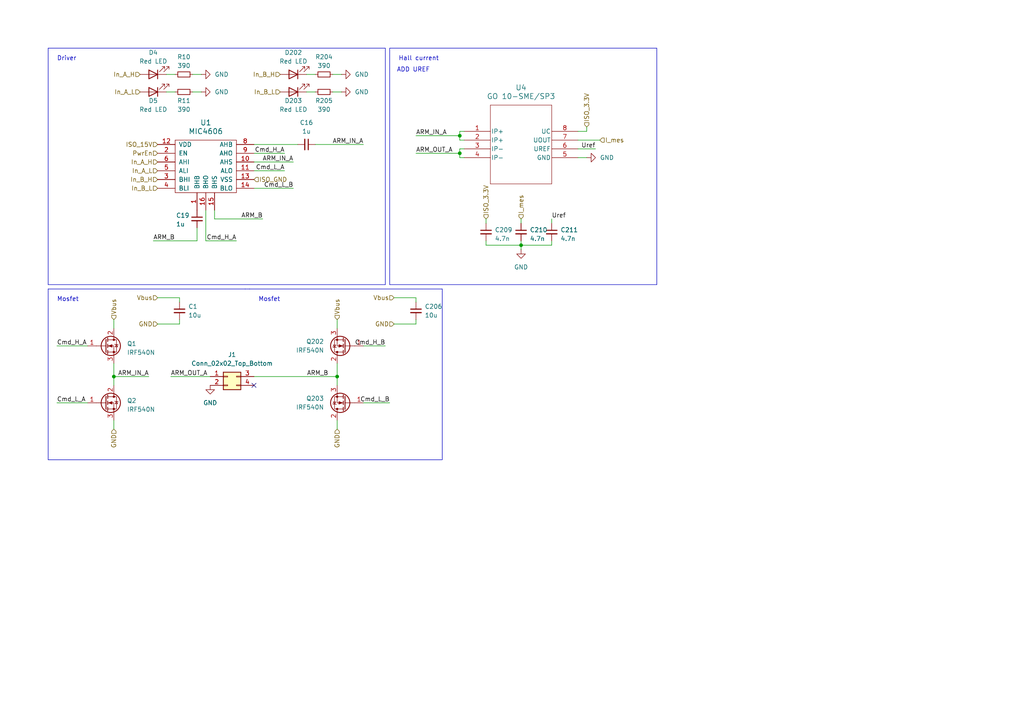
<source format=kicad_sch>
(kicad_sch
	(version 20231120)
	(generator "eeschema")
	(generator_version "8.0")
	(uuid "5dde9d1f-4b9b-4720-b58a-006d953e2dbc")
	(paper "A4")
	(title_block
		(title "AAP Inverter")
		(date "2023-05-01")
		(company "ENSEA")
	)
	(lib_symbols
		(symbol "Connector_Generic:Conn_02x02_Top_Bottom"
			(pin_names
				(offset 1.016) hide)
			(exclude_from_sim no)
			(in_bom yes)
			(on_board yes)
			(property "Reference" "J"
				(at 1.27 2.54 0)
				(effects
					(font
						(size 1.27 1.27)
					)
				)
			)
			(property "Value" "Conn_02x02_Top_Bottom"
				(at 1.27 -5.08 0)
				(effects
					(font
						(size 1.27 1.27)
					)
				)
			)
			(property "Footprint" ""
				(at 0 0 0)
				(effects
					(font
						(size 1.27 1.27)
					)
					(hide yes)
				)
			)
			(property "Datasheet" "~"
				(at 0 0 0)
				(effects
					(font
						(size 1.27 1.27)
					)
					(hide yes)
				)
			)
			(property "Description" "Generic connector, double row, 02x02, top/bottom pin numbering scheme (row 1: 1...pins_per_row, row2: pins_per_row+1 ... num_pins), script generated (kicad-library-utils/schlib/autogen/connector/)"
				(at 0 0 0)
				(effects
					(font
						(size 1.27 1.27)
					)
					(hide yes)
				)
			)
			(property "ki_keywords" "connector"
				(at 0 0 0)
				(effects
					(font
						(size 1.27 1.27)
					)
					(hide yes)
				)
			)
			(property "ki_fp_filters" "Connector*:*_2x??_*"
				(at 0 0 0)
				(effects
					(font
						(size 1.27 1.27)
					)
					(hide yes)
				)
			)
			(symbol "Conn_02x02_Top_Bottom_1_1"
				(rectangle
					(start -1.27 -2.413)
					(end 0 -2.667)
					(stroke
						(width 0.1524)
						(type default)
					)
					(fill
						(type none)
					)
				)
				(rectangle
					(start -1.27 0.127)
					(end 0 -0.127)
					(stroke
						(width 0.1524)
						(type default)
					)
					(fill
						(type none)
					)
				)
				(rectangle
					(start -1.27 1.27)
					(end 3.81 -3.81)
					(stroke
						(width 0.254)
						(type default)
					)
					(fill
						(type background)
					)
				)
				(rectangle
					(start 3.81 -2.413)
					(end 2.54 -2.667)
					(stroke
						(width 0.1524)
						(type default)
					)
					(fill
						(type none)
					)
				)
				(rectangle
					(start 3.81 0.127)
					(end 2.54 -0.127)
					(stroke
						(width 0.1524)
						(type default)
					)
					(fill
						(type none)
					)
				)
				(pin passive line
					(at -5.08 0 0)
					(length 3.81)
					(name "Pin_1"
						(effects
							(font
								(size 1.27 1.27)
							)
						)
					)
					(number "1"
						(effects
							(font
								(size 1.27 1.27)
							)
						)
					)
				)
				(pin passive line
					(at -5.08 -2.54 0)
					(length 3.81)
					(name "Pin_2"
						(effects
							(font
								(size 1.27 1.27)
							)
						)
					)
					(number "2"
						(effects
							(font
								(size 1.27 1.27)
							)
						)
					)
				)
				(pin passive line
					(at 7.62 0 180)
					(length 3.81)
					(name "Pin_3"
						(effects
							(font
								(size 1.27 1.27)
							)
						)
					)
					(number "3"
						(effects
							(font
								(size 1.27 1.27)
							)
						)
					)
				)
				(pin passive line
					(at 7.62 -2.54 180)
					(length 3.81)
					(name "Pin_4"
						(effects
							(font
								(size 1.27 1.27)
							)
						)
					)
					(number "4"
						(effects
							(font
								(size 1.27 1.27)
							)
						)
					)
				)
			)
		)
		(symbol "Custom:GO_10-SME"
			(pin_names
				(offset 0.254)
			)
			(exclude_from_sim no)
			(in_bom yes)
			(on_board yes)
			(property "Reference" "U"
				(at 7.62 -12.7 0)
				(effects
					(font
						(size 1.524 1.524)
					)
				)
			)
			(property "Value" "GO 10-SME/SP3"
				(at 0 12.7 0)
				(effects
					(font
						(size 1.524 1.524)
					)
				)
			)
			(property "Footprint" "SOIC8-GO-SME/SP3_LEM"
				(at 1.27 20.32 0)
				(effects
					(font
						(size 1.27 1.27)
						(italic yes)
					)
					(hide yes)
				)
			)
			(property "Datasheet" "GO 10-SME"
				(at -5.08 17.78 0)
				(effects
					(font
						(size 1.27 1.27)
						(italic yes)
					)
					(hide yes)
				)
			)
			(property "Description" ""
				(at 0 0 0)
				(effects
					(font
						(size 1.27 1.27)
					)
					(hide yes)
				)
			)
			(property "ki_locked" ""
				(at 0 0 0)
				(effects
					(font
						(size 1.27 1.27)
					)
				)
			)
			(property "ki_keywords" "GO 10-SME"
				(at 0 0 0)
				(effects
					(font
						(size 1.27 1.27)
					)
					(hide yes)
				)
			)
			(property "ki_fp_filters" "SOIC8-GO-SME/SP3_LEM SOIC8-GO-SME/SP3_LEM-M SOIC8-GO-SME/SP3_LEM-L"
				(at 0 0 0)
				(effects
					(font
						(size 1.27 1.27)
					)
					(hide yes)
				)
			)
			(symbol "GO_10-SME_0_1"
				(polyline
					(pts
						(xy -8.89 -11.43) (xy 8.89 -11.43)
					)
					(stroke
						(width 0.127)
						(type default)
					)
					(fill
						(type none)
					)
				)
				(polyline
					(pts
						(xy -8.89 11.43) (xy -8.89 -11.43)
					)
					(stroke
						(width 0.127)
						(type default)
					)
					(fill
						(type none)
					)
				)
				(polyline
					(pts
						(xy 8.89 -11.43) (xy 8.89 11.43)
					)
					(stroke
						(width 0.127)
						(type default)
					)
					(fill
						(type none)
					)
				)
				(polyline
					(pts
						(xy 8.89 11.43) (xy -8.89 11.43)
					)
					(stroke
						(width 0.127)
						(type default)
					)
					(fill
						(type none)
					)
				)
				(pin input line
					(at -16.51 3.81 0)
					(length 7.62)
					(name "IP+"
						(effects
							(font
								(size 1.27 1.27)
							)
						)
					)
					(number "1"
						(effects
							(font
								(size 1.27 1.27)
							)
						)
					)
				)
				(pin input line
					(at -16.51 1.27 0)
					(length 7.62)
					(name "IP+"
						(effects
							(font
								(size 1.27 1.27)
							)
						)
					)
					(number "2"
						(effects
							(font
								(size 1.27 1.27)
							)
						)
					)
				)
				(pin output line
					(at 16.51 1.27 180)
					(length 7.62)
					(name "UOUT"
						(effects
							(font
								(size 1.27 1.27)
							)
						)
					)
					(number "7"
						(effects
							(font
								(size 1.27 1.27)
							)
						)
					)
				)
				(pin power_in line
					(at 16.51 3.81 180)
					(length 7.62)
					(name "UC"
						(effects
							(font
								(size 1.27 1.27)
							)
						)
					)
					(number "8"
						(effects
							(font
								(size 1.27 1.27)
							)
						)
					)
				)
			)
			(symbol "GO_10-SME_1_1"
				(pin passive line
					(at -16.51 -1.27 0)
					(length 7.62)
					(name "IP-"
						(effects
							(font
								(size 1.27 1.27)
							)
						)
					)
					(number "3"
						(effects
							(font
								(size 1.27 1.27)
							)
						)
					)
				)
				(pin passive line
					(at -16.51 -3.81 0)
					(length 7.62)
					(name "IP-"
						(effects
							(font
								(size 1.27 1.27)
							)
						)
					)
					(number "4"
						(effects
							(font
								(size 1.27 1.27)
							)
						)
					)
				)
				(pin power_in line
					(at 16.51 -3.81 180)
					(length 7.62)
					(name "GND"
						(effects
							(font
								(size 1.27 1.27)
							)
						)
					)
					(number "5"
						(effects
							(font
								(size 1.27 1.27)
							)
						)
					)
				)
				(pin output line
					(at 16.51 -1.27 180)
					(length 7.62)
					(name "UREF"
						(effects
							(font
								(size 1.27 1.27)
							)
						)
					)
					(number "6"
						(effects
							(font
								(size 1.27 1.27)
							)
						)
					)
				)
			)
		)
		(symbol "Device:C_Small"
			(pin_numbers hide)
			(pin_names
				(offset 0.254) hide)
			(exclude_from_sim no)
			(in_bom yes)
			(on_board yes)
			(property "Reference" "C"
				(at 0.254 1.778 0)
				(effects
					(font
						(size 1.27 1.27)
					)
					(justify left)
				)
			)
			(property "Value" "C_Small"
				(at 0.254 -2.032 0)
				(effects
					(font
						(size 1.27 1.27)
					)
					(justify left)
				)
			)
			(property "Footprint" ""
				(at 0 0 0)
				(effects
					(font
						(size 1.27 1.27)
					)
					(hide yes)
				)
			)
			(property "Datasheet" "~"
				(at 0 0 0)
				(effects
					(font
						(size 1.27 1.27)
					)
					(hide yes)
				)
			)
			(property "Description" "Unpolarized capacitor, small symbol"
				(at 0 0 0)
				(effects
					(font
						(size 1.27 1.27)
					)
					(hide yes)
				)
			)
			(property "ki_keywords" "capacitor cap"
				(at 0 0 0)
				(effects
					(font
						(size 1.27 1.27)
					)
					(hide yes)
				)
			)
			(property "ki_fp_filters" "C_*"
				(at 0 0 0)
				(effects
					(font
						(size 1.27 1.27)
					)
					(hide yes)
				)
			)
			(symbol "C_Small_0_1"
				(polyline
					(pts
						(xy -1.524 -0.508) (xy 1.524 -0.508)
					)
					(stroke
						(width 0.3302)
						(type default)
					)
					(fill
						(type none)
					)
				)
				(polyline
					(pts
						(xy -1.524 0.508) (xy 1.524 0.508)
					)
					(stroke
						(width 0.3048)
						(type default)
					)
					(fill
						(type none)
					)
				)
			)
			(symbol "C_Small_1_1"
				(pin passive line
					(at 0 2.54 270)
					(length 2.032)
					(name "~"
						(effects
							(font
								(size 1.27 1.27)
							)
						)
					)
					(number "1"
						(effects
							(font
								(size 1.27 1.27)
							)
						)
					)
				)
				(pin passive line
					(at 0 -2.54 90)
					(length 2.032)
					(name "~"
						(effects
							(font
								(size 1.27 1.27)
							)
						)
					)
					(number "2"
						(effects
							(font
								(size 1.27 1.27)
							)
						)
					)
				)
			)
		)
		(symbol "Device:LED"
			(pin_numbers hide)
			(pin_names
				(offset 1.016) hide)
			(exclude_from_sim no)
			(in_bom yes)
			(on_board yes)
			(property "Reference" "D"
				(at 0 2.54 0)
				(effects
					(font
						(size 1.27 1.27)
					)
				)
			)
			(property "Value" "LED"
				(at 0 -2.54 0)
				(effects
					(font
						(size 1.27 1.27)
					)
				)
			)
			(property "Footprint" ""
				(at 0 0 0)
				(effects
					(font
						(size 1.27 1.27)
					)
					(hide yes)
				)
			)
			(property "Datasheet" "~"
				(at 0 0 0)
				(effects
					(font
						(size 1.27 1.27)
					)
					(hide yes)
				)
			)
			(property "Description" "Light emitting diode"
				(at 0 0 0)
				(effects
					(font
						(size 1.27 1.27)
					)
					(hide yes)
				)
			)
			(property "ki_keywords" "LED diode"
				(at 0 0 0)
				(effects
					(font
						(size 1.27 1.27)
					)
					(hide yes)
				)
			)
			(property "ki_fp_filters" "LED* LED_SMD:* LED_THT:*"
				(at 0 0 0)
				(effects
					(font
						(size 1.27 1.27)
					)
					(hide yes)
				)
			)
			(symbol "LED_0_1"
				(polyline
					(pts
						(xy -1.27 -1.27) (xy -1.27 1.27)
					)
					(stroke
						(width 0.254)
						(type default)
					)
					(fill
						(type none)
					)
				)
				(polyline
					(pts
						(xy -1.27 0) (xy 1.27 0)
					)
					(stroke
						(width 0)
						(type default)
					)
					(fill
						(type none)
					)
				)
				(polyline
					(pts
						(xy 1.27 -1.27) (xy 1.27 1.27) (xy -1.27 0) (xy 1.27 -1.27)
					)
					(stroke
						(width 0.254)
						(type default)
					)
					(fill
						(type none)
					)
				)
				(polyline
					(pts
						(xy -3.048 -0.762) (xy -4.572 -2.286) (xy -3.81 -2.286) (xy -4.572 -2.286) (xy -4.572 -1.524)
					)
					(stroke
						(width 0)
						(type default)
					)
					(fill
						(type none)
					)
				)
				(polyline
					(pts
						(xy -1.778 -0.762) (xy -3.302 -2.286) (xy -2.54 -2.286) (xy -3.302 -2.286) (xy -3.302 -1.524)
					)
					(stroke
						(width 0)
						(type default)
					)
					(fill
						(type none)
					)
				)
			)
			(symbol "LED_1_1"
				(pin passive line
					(at -3.81 0 0)
					(length 2.54)
					(name "K"
						(effects
							(font
								(size 1.27 1.27)
							)
						)
					)
					(number "1"
						(effects
							(font
								(size 1.27 1.27)
							)
						)
					)
				)
				(pin passive line
					(at 3.81 0 180)
					(length 2.54)
					(name "A"
						(effects
							(font
								(size 1.27 1.27)
							)
						)
					)
					(number "2"
						(effects
							(font
								(size 1.27 1.27)
							)
						)
					)
				)
			)
		)
		(symbol "Device:R_Small"
			(pin_numbers hide)
			(pin_names
				(offset 0.254) hide)
			(exclude_from_sim no)
			(in_bom yes)
			(on_board yes)
			(property "Reference" "R"
				(at 0.762 0.508 0)
				(effects
					(font
						(size 1.27 1.27)
					)
					(justify left)
				)
			)
			(property "Value" "R_Small"
				(at 0.762 -1.016 0)
				(effects
					(font
						(size 1.27 1.27)
					)
					(justify left)
				)
			)
			(property "Footprint" ""
				(at 0 0 0)
				(effects
					(font
						(size 1.27 1.27)
					)
					(hide yes)
				)
			)
			(property "Datasheet" "~"
				(at 0 0 0)
				(effects
					(font
						(size 1.27 1.27)
					)
					(hide yes)
				)
			)
			(property "Description" "Resistor, small symbol"
				(at 0 0 0)
				(effects
					(font
						(size 1.27 1.27)
					)
					(hide yes)
				)
			)
			(property "ki_keywords" "R resistor"
				(at 0 0 0)
				(effects
					(font
						(size 1.27 1.27)
					)
					(hide yes)
				)
			)
			(property "ki_fp_filters" "R_*"
				(at 0 0 0)
				(effects
					(font
						(size 1.27 1.27)
					)
					(hide yes)
				)
			)
			(symbol "R_Small_0_1"
				(rectangle
					(start -0.762 1.778)
					(end 0.762 -1.778)
					(stroke
						(width 0.2032)
						(type default)
					)
					(fill
						(type none)
					)
				)
			)
			(symbol "R_Small_1_1"
				(pin passive line
					(at 0 2.54 270)
					(length 0.762)
					(name "~"
						(effects
							(font
								(size 1.27 1.27)
							)
						)
					)
					(number "1"
						(effects
							(font
								(size 1.27 1.27)
							)
						)
					)
				)
				(pin passive line
					(at 0 -2.54 90)
					(length 0.762)
					(name "~"
						(effects
							(font
								(size 1.27 1.27)
							)
						)
					)
					(number "2"
						(effects
							(font
								(size 1.27 1.27)
							)
						)
					)
				)
			)
		)
		(symbol "GND_1"
			(power)
			(pin_numbers hide)
			(pin_names
				(offset 0) hide)
			(exclude_from_sim no)
			(in_bom yes)
			(on_board yes)
			(property "Reference" "#PWR"
				(at 0 -6.35 0)
				(effects
					(font
						(size 1.27 1.27)
					)
					(hide yes)
				)
			)
			(property "Value" "GND"
				(at 0 -3.81 0)
				(effects
					(font
						(size 1.27 1.27)
					)
				)
			)
			(property "Footprint" ""
				(at 0 0 0)
				(effects
					(font
						(size 1.27 1.27)
					)
					(hide yes)
				)
			)
			(property "Datasheet" ""
				(at 0 0 0)
				(effects
					(font
						(size 1.27 1.27)
					)
					(hide yes)
				)
			)
			(property "Description" "Power symbol creates a global label with name \"GND\" , ground"
				(at 0 0 0)
				(effects
					(font
						(size 1.27 1.27)
					)
					(hide yes)
				)
			)
			(property "ki_keywords" "global power"
				(at 0 0 0)
				(effects
					(font
						(size 1.27 1.27)
					)
					(hide yes)
				)
			)
			(symbol "GND_1_0_1"
				(polyline
					(pts
						(xy 0 0) (xy 0 -1.27) (xy 1.27 -1.27) (xy 0 -2.54) (xy -1.27 -1.27) (xy 0 -1.27)
					)
					(stroke
						(width 0)
						(type default)
					)
					(fill
						(type none)
					)
				)
			)
			(symbol "GND_1_1_1"
				(pin power_in line
					(at 0 0 270)
					(length 0)
					(name "~"
						(effects
							(font
								(size 1.27 1.27)
							)
						)
					)
					(number "1"
						(effects
							(font
								(size 1.27 1.27)
							)
						)
					)
				)
			)
		)
		(symbol "Transistor_FET:IRF540N"
			(pin_names hide)
			(exclude_from_sim no)
			(in_bom yes)
			(on_board yes)
			(property "Reference" "Q"
				(at 6.35 1.905 0)
				(effects
					(font
						(size 1.27 1.27)
					)
					(justify left)
				)
			)
			(property "Value" "IRF540N"
				(at 6.35 0 0)
				(effects
					(font
						(size 1.27 1.27)
					)
					(justify left)
				)
			)
			(property "Footprint" "Package_TO_SOT_THT:TO-220-3_Vertical"
				(at 6.35 -1.905 0)
				(effects
					(font
						(size 1.27 1.27)
						(italic yes)
					)
					(justify left)
					(hide yes)
				)
			)
			(property "Datasheet" "http://www.irf.com/product-info/datasheets/data/irf540n.pdf"
				(at 0 0 0)
				(effects
					(font
						(size 1.27 1.27)
					)
					(justify left)
					(hide yes)
				)
			)
			(property "Description" "33A Id, 100V Vds, HEXFET N-Channel MOSFET, TO-220"
				(at 0 0 0)
				(effects
					(font
						(size 1.27 1.27)
					)
					(hide yes)
				)
			)
			(property "ki_keywords" "HEXFET N-Channel MOSFET"
				(at 0 0 0)
				(effects
					(font
						(size 1.27 1.27)
					)
					(hide yes)
				)
			)
			(property "ki_fp_filters" "TO?220*"
				(at 0 0 0)
				(effects
					(font
						(size 1.27 1.27)
					)
					(hide yes)
				)
			)
			(symbol "IRF540N_0_1"
				(polyline
					(pts
						(xy 0.254 0) (xy -2.54 0)
					)
					(stroke
						(width 0)
						(type default)
					)
					(fill
						(type none)
					)
				)
				(polyline
					(pts
						(xy 0.254 1.905) (xy 0.254 -1.905)
					)
					(stroke
						(width 0.254)
						(type default)
					)
					(fill
						(type none)
					)
				)
				(polyline
					(pts
						(xy 0.762 -1.27) (xy 0.762 -2.286)
					)
					(stroke
						(width 0.254)
						(type default)
					)
					(fill
						(type none)
					)
				)
				(polyline
					(pts
						(xy 0.762 0.508) (xy 0.762 -0.508)
					)
					(stroke
						(width 0.254)
						(type default)
					)
					(fill
						(type none)
					)
				)
				(polyline
					(pts
						(xy 0.762 2.286) (xy 0.762 1.27)
					)
					(stroke
						(width 0.254)
						(type default)
					)
					(fill
						(type none)
					)
				)
				(polyline
					(pts
						(xy 2.54 2.54) (xy 2.54 1.778)
					)
					(stroke
						(width 0)
						(type default)
					)
					(fill
						(type none)
					)
				)
				(polyline
					(pts
						(xy 2.54 -2.54) (xy 2.54 0) (xy 0.762 0)
					)
					(stroke
						(width 0)
						(type default)
					)
					(fill
						(type none)
					)
				)
				(polyline
					(pts
						(xy 0.762 -1.778) (xy 3.302 -1.778) (xy 3.302 1.778) (xy 0.762 1.778)
					)
					(stroke
						(width 0)
						(type default)
					)
					(fill
						(type none)
					)
				)
				(polyline
					(pts
						(xy 1.016 0) (xy 2.032 0.381) (xy 2.032 -0.381) (xy 1.016 0)
					)
					(stroke
						(width 0)
						(type default)
					)
					(fill
						(type outline)
					)
				)
				(polyline
					(pts
						(xy 2.794 0.508) (xy 2.921 0.381) (xy 3.683 0.381) (xy 3.81 0.254)
					)
					(stroke
						(width 0)
						(type default)
					)
					(fill
						(type none)
					)
				)
				(polyline
					(pts
						(xy 3.302 0.381) (xy 2.921 -0.254) (xy 3.683 -0.254) (xy 3.302 0.381)
					)
					(stroke
						(width 0)
						(type default)
					)
					(fill
						(type none)
					)
				)
				(circle
					(center 1.651 0)
					(radius 2.794)
					(stroke
						(width 0.254)
						(type default)
					)
					(fill
						(type none)
					)
				)
				(circle
					(center 2.54 -1.778)
					(radius 0.254)
					(stroke
						(width 0)
						(type default)
					)
					(fill
						(type outline)
					)
				)
				(circle
					(center 2.54 1.778)
					(radius 0.254)
					(stroke
						(width 0)
						(type default)
					)
					(fill
						(type outline)
					)
				)
			)
			(symbol "IRF540N_1_1"
				(pin input line
					(at -5.08 0 0)
					(length 2.54)
					(name "G"
						(effects
							(font
								(size 1.27 1.27)
							)
						)
					)
					(number "1"
						(effects
							(font
								(size 1.27 1.27)
							)
						)
					)
				)
				(pin passive line
					(at 2.54 5.08 270)
					(length 2.54)
					(name "D"
						(effects
							(font
								(size 1.27 1.27)
							)
						)
					)
					(number "2"
						(effects
							(font
								(size 1.27 1.27)
							)
						)
					)
				)
				(pin passive line
					(at 2.54 -5.08 90)
					(length 2.54)
					(name "S"
						(effects
							(font
								(size 1.27 1.27)
							)
						)
					)
					(number "3"
						(effects
							(font
								(size 1.27 1.27)
							)
						)
					)
				)
			)
		)
		(symbol "mic4606:MIC4606"
			(pin_names
				(offset 1.016)
			)
			(exclude_from_sim no)
			(in_bom yes)
			(on_board yes)
			(property "Reference" "U"
				(at 5.08 10.16 0)
				(effects
					(font
						(size 1.524 1.524)
					)
					(justify right)
				)
			)
			(property "Value" "MIC4606"
				(at -3.81 10.16 0)
				(effects
					(font
						(size 1.524 1.524)
					)
				)
			)
			(property "Footprint" ""
				(at 0 1.27 0)
				(effects
					(font
						(size 1.524 1.524)
					)
					(hide yes)
				)
			)
			(property "Datasheet" ""
				(at 0 1.27 0)
				(effects
					(font
						(size 1.524 1.524)
					)
					(hide yes)
				)
			)
			(property "Description" ""
				(at 0 0 0)
				(effects
					(font
						(size 1.27 1.27)
					)
					(hide yes)
				)
			)
			(symbol "MIC4606_0_1"
				(rectangle
					(start -8.89 8.89)
					(end 8.89 -6.35)
					(stroke
						(width 0)
						(type solid)
					)
					(fill
						(type none)
					)
				)
			)
			(symbol "MIC4606_1_1"
				(pin output line
					(at -2.54 -11.43 90)
					(length 5.08)
					(name "BHB"
						(effects
							(font
								(size 1.27 1.27)
							)
						)
					)
					(number "1"
						(effects
							(font
								(size 1.27 1.27)
							)
						)
					)
				)
				(pin output line
					(at 13.97 2.54 180)
					(length 5.08)
					(name "AHS"
						(effects
							(font
								(size 1.27 1.27)
							)
						)
					)
					(number "10"
						(effects
							(font
								(size 1.27 1.27)
							)
						)
					)
				)
				(pin output line
					(at 13.97 0 180)
					(length 5.08)
					(name "ALO"
						(effects
							(font
								(size 1.27 1.27)
							)
						)
					)
					(number "11"
						(effects
							(font
								(size 1.27 1.27)
							)
						)
					)
				)
				(pin power_in line
					(at -13.97 7.62 0)
					(length 5.08)
					(name "VDD"
						(effects
							(font
								(size 1.27 1.27)
							)
						)
					)
					(number "12"
						(effects
							(font
								(size 1.27 1.27)
							)
						)
					)
				)
				(pin output line
					(at 13.97 -2.54 180)
					(length 5.08)
					(name "VSS"
						(effects
							(font
								(size 1.27 1.27)
							)
						)
					)
					(number "13"
						(effects
							(font
								(size 1.27 1.27)
							)
						)
					)
				)
				(pin output line
					(at 13.97 -5.08 180)
					(length 5.08)
					(name "BLO"
						(effects
							(font
								(size 1.27 1.27)
							)
						)
					)
					(number "14"
						(effects
							(font
								(size 1.27 1.27)
							)
						)
					)
				)
				(pin output line
					(at 2.54 -11.43 90)
					(length 5.08)
					(name "BHS"
						(effects
							(font
								(size 1.27 1.27)
							)
						)
					)
					(number "15"
						(effects
							(font
								(size 1.27 1.27)
							)
						)
					)
				)
				(pin output line
					(at 0 -11.43 90)
					(length 5.08)
					(name "BHO"
						(effects
							(font
								(size 1.27 1.27)
							)
						)
					)
					(number "16"
						(effects
							(font
								(size 1.27 1.27)
							)
						)
					)
				)
				(pin input line
					(at -13.97 5.08 0)
					(length 5.08)
					(name "EN"
						(effects
							(font
								(size 1.27 1.27)
							)
						)
					)
					(number "2"
						(effects
							(font
								(size 1.27 1.27)
							)
						)
					)
				)
				(pin input line
					(at -13.97 -2.54 0)
					(length 5.08)
					(name "BHI"
						(effects
							(font
								(size 1.27 1.27)
							)
						)
					)
					(number "3"
						(effects
							(font
								(size 1.27 1.27)
							)
						)
					)
				)
				(pin input line
					(at -13.97 -5.08 0)
					(length 5.08)
					(name "BLI"
						(effects
							(font
								(size 1.27 1.27)
							)
						)
					)
					(number "4"
						(effects
							(font
								(size 1.27 1.27)
							)
						)
					)
				)
				(pin input line
					(at -13.97 0 0)
					(length 5.08)
					(name "ALI"
						(effects
							(font
								(size 1.27 1.27)
							)
						)
					)
					(number "5"
						(effects
							(font
								(size 1.27 1.27)
							)
						)
					)
				)
				(pin input line
					(at -13.97 2.54 0)
					(length 5.08)
					(name "AHI"
						(effects
							(font
								(size 1.27 1.27)
							)
						)
					)
					(number "6"
						(effects
							(font
								(size 1.27 1.27)
							)
						)
					)
				)
				(pin output line
					(at 13.97 7.62 180)
					(length 5.08)
					(name "AHB"
						(effects
							(font
								(size 1.27 1.27)
							)
						)
					)
					(number "8"
						(effects
							(font
								(size 1.27 1.27)
							)
						)
					)
				)
				(pin output line
					(at 13.97 5.08 180)
					(length 5.08)
					(name "AHO"
						(effects
							(font
								(size 1.27 1.27)
							)
						)
					)
					(number "9"
						(effects
							(font
								(size 1.27 1.27)
							)
						)
					)
				)
			)
		)
		(symbol "power:GND"
			(power)
			(pin_names
				(offset 0)
			)
			(exclude_from_sim no)
			(in_bom yes)
			(on_board yes)
			(property "Reference" "#PWR"
				(at 0 -6.35 0)
				(effects
					(font
						(size 1.27 1.27)
					)
					(hide yes)
				)
			)
			(property "Value" "GND"
				(at 0 -3.81 0)
				(effects
					(font
						(size 1.27 1.27)
					)
				)
			)
			(property "Footprint" ""
				(at 0 0 0)
				(effects
					(font
						(size 1.27 1.27)
					)
					(hide yes)
				)
			)
			(property "Datasheet" ""
				(at 0 0 0)
				(effects
					(font
						(size 1.27 1.27)
					)
					(hide yes)
				)
			)
			(property "Description" "Power symbol creates a global label with name \"GND\" , ground"
				(at 0 0 0)
				(effects
					(font
						(size 1.27 1.27)
					)
					(hide yes)
				)
			)
			(property "ki_keywords" "global power"
				(at 0 0 0)
				(effects
					(font
						(size 1.27 1.27)
					)
					(hide yes)
				)
			)
			(symbol "GND_0_1"
				(polyline
					(pts
						(xy 0 0) (xy 0 -1.27) (xy 1.27 -1.27) (xy 0 -2.54) (xy -1.27 -1.27) (xy 0 -1.27)
					)
					(stroke
						(width 0)
						(type default)
					)
					(fill
						(type none)
					)
				)
			)
			(symbol "GND_1_1"
				(pin power_in line
					(at 0 0 270)
					(length 0) hide
					(name "GND"
						(effects
							(font
								(size 1.27 1.27)
							)
						)
					)
					(number "1"
						(effects
							(font
								(size 1.27 1.27)
							)
						)
					)
				)
			)
		)
	)
	(junction
		(at 133.35 44.45)
		(diameter 0)
		(color 0 0 0 0)
		(uuid "38300eaf-faf9-4591-b1ac-6d741b3d91dd")
	)
	(junction
		(at 151.13 71.12)
		(diameter 0)
		(color 0 0 0 0)
		(uuid "3d27ba4f-72e5-4fc1-ae55-b00f1f21ee24")
	)
	(junction
		(at 33.02 109.22)
		(diameter 0)
		(color 0 0 0 0)
		(uuid "ad69573f-e4f3-4c8b-a6e9-c434c9b4ddeb")
	)
	(junction
		(at 97.79 109.22)
		(diameter 0)
		(color 0 0 0 0)
		(uuid "f2c3af4a-89f9-49d8-95c7-46aa17531028")
	)
	(junction
		(at 133.35 39.37)
		(diameter 0)
		(color 0 0 0 0)
		(uuid "fe3e4122-f526-4f4b-8aa2-bcc26293949f")
	)
	(no_connect
		(at 73.66 111.76)
		(uuid "136528ee-db53-429f-b79c-9892dcacdd89")
	)
	(wire
		(pts
			(xy 33.02 121.92) (xy 33.02 124.46)
		)
		(stroke
			(width 0)
			(type default)
		)
		(uuid "021a1a5f-f0e0-4495-86ea-f0c66874d6c5")
	)
	(wire
		(pts
			(xy 151.13 69.85) (xy 151.13 71.12)
		)
		(stroke
			(width 0)
			(type default)
		)
		(uuid "03261cfa-561d-4f9c-9087-8162968395f7")
	)
	(wire
		(pts
			(xy 140.97 71.12) (xy 151.13 71.12)
		)
		(stroke
			(width 0)
			(type default)
		)
		(uuid "04242d7c-5e42-4705-a83b-2f0eed056c2e")
	)
	(wire
		(pts
			(xy 73.66 46.99) (xy 85.09 46.99)
		)
		(stroke
			(width 0)
			(type default)
		)
		(uuid "04d116e6-2628-45c9-b5c9-0576933ecb35")
	)
	(wire
		(pts
			(xy 97.79 121.92) (xy 97.79 124.46)
		)
		(stroke
			(width 0)
			(type default)
		)
		(uuid "0dd573c4-fb35-42f8-af31-b1d42bbebe28")
	)
	(polyline
		(pts
			(xy 13.97 83.82) (xy 71.12 83.82)
		)
		(stroke
			(width 0)
			(type default)
		)
		(uuid "0e63f09e-0d4a-44d4-890f-2a381ea9ecb5")
	)
	(wire
		(pts
			(xy 120.65 86.36) (xy 120.65 87.63)
		)
		(stroke
			(width 0)
			(type default)
		)
		(uuid "0fab3e23-20e5-4ec5-8e54-77953e79e99b")
	)
	(polyline
		(pts
			(xy 190.5 82.55) (xy 113.03 82.55)
		)
		(stroke
			(width 0)
			(type default)
		)
		(uuid "16ca09ec-c359-4c6b-9344-d7ea3b0fc848")
	)
	(wire
		(pts
			(xy 97.79 92.71) (xy 97.79 95.25)
		)
		(stroke
			(width 0)
			(type default)
		)
		(uuid "1976aeda-2490-4ddf-a436-b20d189e6732")
	)
	(wire
		(pts
			(xy 97.79 105.41) (xy 97.79 109.22)
		)
		(stroke
			(width 0)
			(type default)
		)
		(uuid "19a46633-aacc-4e08-9900-a23834f3c1cc")
	)
	(wire
		(pts
			(xy 134.62 40.64) (xy 133.35 40.64)
		)
		(stroke
			(width 0)
			(type default)
		)
		(uuid "1d2cfd4c-1fc6-4fe1-9095-9a96496e8b1b")
	)
	(wire
		(pts
			(xy 52.07 86.36) (xy 52.07 87.63)
		)
		(stroke
			(width 0)
			(type default)
		)
		(uuid "1e3154d2-c4f4-472f-8c79-f178fa5d4140")
	)
	(polyline
		(pts
			(xy 13.97 83.82) (xy 13.97 133.35)
		)
		(stroke
			(width 0)
			(type default)
		)
		(uuid "21240868-093a-4a6b-8e8e-fe8d6d3a5ed7")
	)
	(wire
		(pts
			(xy 33.02 92.71) (xy 33.02 95.25)
		)
		(stroke
			(width 0)
			(type default)
		)
		(uuid "2209ae53-eee2-4d3c-80a6-586894600c56")
	)
	(wire
		(pts
			(xy 133.35 44.45) (xy 133.35 43.18)
		)
		(stroke
			(width 0)
			(type default)
		)
		(uuid "226c80bd-6187-4afb-a305-bbfa6d46f959")
	)
	(wire
		(pts
			(xy 62.23 63.5) (xy 62.23 60.96)
		)
		(stroke
			(width 0)
			(type default)
		)
		(uuid "22bdeeca-f7b0-45b7-9077-0adc7c1de44f")
	)
	(wire
		(pts
			(xy 62.23 63.5) (xy 76.2 63.5)
		)
		(stroke
			(width 0)
			(type default)
		)
		(uuid "24b2d23d-b301-45bb-8936-d6063a3a254d")
	)
	(wire
		(pts
			(xy 167.64 38.1) (xy 170.18 38.1)
		)
		(stroke
			(width 0)
			(type default)
		)
		(uuid "25a6d771-fefa-406e-8bbf-887b2436d696")
	)
	(wire
		(pts
			(xy 133.35 43.18) (xy 134.62 43.18)
		)
		(stroke
			(width 0)
			(type default)
		)
		(uuid "2dfa3094-f5be-4c07-a33a-d07021b0b61d")
	)
	(wire
		(pts
			(xy 45.72 93.98) (xy 52.07 93.98)
		)
		(stroke
			(width 0)
			(type default)
		)
		(uuid "30c8a483-a171-4ff5-9afe-9a6db01b03db")
	)
	(wire
		(pts
			(xy 120.65 92.71) (xy 120.65 93.98)
		)
		(stroke
			(width 0)
			(type default)
		)
		(uuid "35c490db-0097-4268-ab98-ab043270d535")
	)
	(wire
		(pts
			(xy 33.02 109.22) (xy 33.02 111.76)
		)
		(stroke
			(width 0)
			(type default)
		)
		(uuid "37c32e9b-761a-4ede-8e60-e77b061bac3a")
	)
	(wire
		(pts
			(xy 160.02 69.85) (xy 160.02 71.12)
		)
		(stroke
			(width 0)
			(type default)
		)
		(uuid "406f8552-9606-4aab-a3ac-36166e7c0350")
	)
	(wire
		(pts
			(xy 88.9 21.59) (xy 91.44 21.59)
		)
		(stroke
			(width 0)
			(type default)
		)
		(uuid "4ab9d266-c6e9-4e13-870a-e3cbd3207a8b")
	)
	(wire
		(pts
			(xy 33.02 105.41) (xy 33.02 109.22)
		)
		(stroke
			(width 0)
			(type default)
		)
		(uuid "50489330-1f27-423f-be55-8d2d0992acf7")
	)
	(wire
		(pts
			(xy 88.9 26.67) (xy 91.44 26.67)
		)
		(stroke
			(width 0)
			(type default)
		)
		(uuid "52e0c00d-06f5-456b-a071-d5375f4928c4")
	)
	(wire
		(pts
			(xy 85.09 54.61) (xy 73.66 54.61)
		)
		(stroke
			(width 0)
			(type default)
		)
		(uuid "53599c2f-f096-4bde-820f-d134019e527c")
	)
	(wire
		(pts
			(xy 113.03 116.84) (xy 105.41 116.84)
		)
		(stroke
			(width 0)
			(type default)
		)
		(uuid "56f2b002-3800-4192-87b9-64c0ca09f801")
	)
	(wire
		(pts
			(xy 133.35 44.45) (xy 133.35 45.72)
		)
		(stroke
			(width 0)
			(type default)
		)
		(uuid "5f8dacc5-1d2b-4a31-8a9a-6496b1011fe1")
	)
	(wire
		(pts
			(xy 16.51 100.33) (xy 25.4 100.33)
		)
		(stroke
			(width 0)
			(type default)
		)
		(uuid "68d9b828-5d61-4e8a-911c-a48fe6b31dec")
	)
	(wire
		(pts
			(xy 57.15 69.85) (xy 44.45 69.85)
		)
		(stroke
			(width 0)
			(type default)
		)
		(uuid "6a9576e5-5aca-46a1-8bce-5435beb40869")
	)
	(wire
		(pts
			(xy 140.97 63.5) (xy 140.97 64.77)
		)
		(stroke
			(width 0)
			(type default)
		)
		(uuid "6ca724f7-4b22-4d61-a576-9cd73e3fc034")
	)
	(polyline
		(pts
			(xy 71.12 83.82) (xy 72.39 83.82)
		)
		(stroke
			(width 0)
			(type default)
		)
		(uuid "6f5aba7e-d64f-4fde-9fd0-f6842eac02e5")
	)
	(wire
		(pts
			(xy 59.69 69.85) (xy 59.69 60.96)
		)
		(stroke
			(width 0)
			(type default)
		)
		(uuid "6fc152fe-0fbb-4a54-99e0-e8846ef8a35a")
	)
	(polyline
		(pts
			(xy 111.76 13.97) (xy 111.76 82.55)
		)
		(stroke
			(width 0)
			(type default)
		)
		(uuid "701d6d10-c689-4f06-8185-08146ca7cda3")
	)
	(polyline
		(pts
			(xy 13.97 13.97) (xy 111.76 13.97)
		)
		(stroke
			(width 0)
			(type default)
		)
		(uuid "7621fb44-0131-4fcf-ac54-17f0e0a7f733")
	)
	(wire
		(pts
			(xy 57.15 69.85) (xy 57.15 66.04)
		)
		(stroke
			(width 0)
			(type default)
		)
		(uuid "7656233a-e9c5-4527-882b-068d0d188a8e")
	)
	(wire
		(pts
			(xy 82.55 49.53) (xy 73.66 49.53)
		)
		(stroke
			(width 0)
			(type default)
		)
		(uuid "7948a219-30dc-4e38-adb6-a5939081f72d")
	)
	(wire
		(pts
			(xy 120.65 39.37) (xy 133.35 39.37)
		)
		(stroke
			(width 0)
			(type default)
		)
		(uuid "7c766991-3fd7-4fd0-8e0d-ae7988d3a06e")
	)
	(wire
		(pts
			(xy 49.53 109.22) (xy 60.96 109.22)
		)
		(stroke
			(width 0)
			(type default)
		)
		(uuid "7ce8c3a9-3e8c-4bb0-8166-f28df1ff596a")
	)
	(wire
		(pts
			(xy 48.26 21.59) (xy 50.8 21.59)
		)
		(stroke
			(width 0)
			(type default)
		)
		(uuid "7d55ed7c-4861-42c4-bb3b-49ac511cd83b")
	)
	(wire
		(pts
			(xy 133.35 39.37) (xy 133.35 40.64)
		)
		(stroke
			(width 0)
			(type default)
		)
		(uuid "7e4cc813-9ba5-4a36-8b72-d377514f5aaf")
	)
	(wire
		(pts
			(xy 170.18 38.1) (xy 170.18 36.83)
		)
		(stroke
			(width 0)
			(type default)
		)
		(uuid "85b387c0-7fc5-4dc6-ae1c-ead9ae4019d1")
	)
	(wire
		(pts
			(xy 167.64 45.72) (xy 170.18 45.72)
		)
		(stroke
			(width 0)
			(type default)
		)
		(uuid "8629233e-af75-4f67-814a-2afc6ff92d3b")
	)
	(wire
		(pts
			(xy 82.55 44.45) (xy 73.66 44.45)
		)
		(stroke
			(width 0)
			(type default)
		)
		(uuid "87a22025-a3a6-40a3-b532-d574b5d68e55")
	)
	(wire
		(pts
			(xy 97.79 109.22) (xy 97.79 111.76)
		)
		(stroke
			(width 0)
			(type default)
		)
		(uuid "892aaac6-93da-47e2-8be0-51a3debf5d13")
	)
	(wire
		(pts
			(xy 151.13 71.12) (xy 160.02 71.12)
		)
		(stroke
			(width 0)
			(type default)
		)
		(uuid "8ca4043f-154d-49f9-813d-54816810a458")
	)
	(wire
		(pts
			(xy 16.51 116.84) (xy 25.4 116.84)
		)
		(stroke
			(width 0)
			(type default)
		)
		(uuid "90c6f7cb-33b7-49e7-a753-36e12f5c3cad")
	)
	(wire
		(pts
			(xy 111.76 100.33) (xy 105.41 100.33)
		)
		(stroke
			(width 0)
			(type default)
		)
		(uuid "91ac99c2-09ea-44fe-8c47-676cadcf1755")
	)
	(wire
		(pts
			(xy 140.97 69.85) (xy 140.97 71.12)
		)
		(stroke
			(width 0)
			(type default)
		)
		(uuid "924935df-89e3-49ae-8283-195b2bac8a54")
	)
	(wire
		(pts
			(xy 133.35 45.72) (xy 134.62 45.72)
		)
		(stroke
			(width 0)
			(type default)
		)
		(uuid "92936823-f78f-4a34-bf47-34c728e880df")
	)
	(wire
		(pts
			(xy 33.02 109.22) (xy 43.18 109.22)
		)
		(stroke
			(width 0)
			(type default)
		)
		(uuid "9aa3e8f1-d3d5-4817-a16e-157d6ebd08a7")
	)
	(wire
		(pts
			(xy 133.35 38.1) (xy 134.62 38.1)
		)
		(stroke
			(width 0)
			(type default)
		)
		(uuid "a168fa20-90ad-4bd8-bed2-2963d535474f")
	)
	(polyline
		(pts
			(xy 13.97 13.97) (xy 13.97 82.55)
		)
		(stroke
			(width 0)
			(type default)
		)
		(uuid "a5c8a119-8dfc-4775-97bc-971575c4b2a5")
	)
	(wire
		(pts
			(xy 73.66 109.22) (xy 97.79 109.22)
		)
		(stroke
			(width 0)
			(type default)
		)
		(uuid "a6067ddc-4cba-4c67-aa87-38189347ddc7")
	)
	(wire
		(pts
			(xy 73.66 41.91) (xy 86.36 41.91)
		)
		(stroke
			(width 0)
			(type default)
		)
		(uuid "aac1be78-ac54-476f-a9fb-7d8f551584cb")
	)
	(wire
		(pts
			(xy 160.02 63.5) (xy 160.02 64.77)
		)
		(stroke
			(width 0)
			(type default)
		)
		(uuid "aba5562c-a1d9-4839-841b-1b4890bb69f7")
	)
	(wire
		(pts
			(xy 45.72 86.36) (xy 52.07 86.36)
		)
		(stroke
			(width 0)
			(type default)
		)
		(uuid "ac600f87-a443-4227-af2f-6e0c4248cafc")
	)
	(polyline
		(pts
			(xy 71.12 133.35) (xy 13.97 133.35)
		)
		(stroke
			(width 0)
			(type default)
		)
		(uuid "b1ee8adf-65cb-4aa1-8a78-dd7d27902ca6")
	)
	(wire
		(pts
			(xy 167.64 43.18) (xy 172.72 43.18)
		)
		(stroke
			(width 0)
			(type default)
		)
		(uuid "bb232e9f-653c-4267-8657-4c625de5f42e")
	)
	(wire
		(pts
			(xy 91.44 41.91) (xy 105.41 41.91)
		)
		(stroke
			(width 0)
			(type default)
		)
		(uuid "bb3a6526-005d-4d54-b294-bfff0ad86fae")
	)
	(polyline
		(pts
			(xy 72.39 83.82) (xy 128.27 83.82)
		)
		(stroke
			(width 0)
			(type default)
		)
		(uuid "bf2e2b6e-b189-485d-bc65-f87395fe8322")
	)
	(wire
		(pts
			(xy 55.88 21.59) (xy 58.42 21.59)
		)
		(stroke
			(width 0)
			(type default)
		)
		(uuid "c018d128-6676-4845-ba1c-a3b84496a9b7")
	)
	(polyline
		(pts
			(xy 113.03 13.97) (xy 190.5 13.97)
		)
		(stroke
			(width 0)
			(type default)
		)
		(uuid "c600986b-9370-4657-9a98-0d503d5feae4")
	)
	(wire
		(pts
			(xy 151.13 71.12) (xy 151.13 72.39)
		)
		(stroke
			(width 0)
			(type default)
		)
		(uuid "c70e0a1e-76d9-4ae3-ab51-c570f5dad989")
	)
	(wire
		(pts
			(xy 173.99 40.64) (xy 167.64 40.64)
		)
		(stroke
			(width 0)
			(type default)
		)
		(uuid "cab81bc9-3323-4218-9c22-8395667299c8")
	)
	(polyline
		(pts
			(xy 113.03 13.97) (xy 113.03 82.55)
		)
		(stroke
			(width 0)
			(type default)
		)
		(uuid "cd3c2c30-b46b-413b-989b-958f7dd97e27")
	)
	(polyline
		(pts
			(xy 128.27 83.82) (xy 128.27 133.35)
		)
		(stroke
			(width 0)
			(type default)
		)
		(uuid "ce560a57-d2fb-4232-9977-c57dca0adcba")
	)
	(wire
		(pts
			(xy 120.65 44.45) (xy 133.35 44.45)
		)
		(stroke
			(width 0)
			(type default)
		)
		(uuid "d85fe96e-ebaa-427b-b261-2baecc466859")
	)
	(wire
		(pts
			(xy 55.88 26.67) (xy 58.42 26.67)
		)
		(stroke
			(width 0)
			(type default)
		)
		(uuid "daa2764b-8eda-4951-8876-cd7752d1c66e")
	)
	(wire
		(pts
			(xy 151.13 63.5) (xy 151.13 64.77)
		)
		(stroke
			(width 0)
			(type default)
		)
		(uuid "dc1bae55-683d-4999-a9b3-abe582b46e9e")
	)
	(wire
		(pts
			(xy 133.35 38.1) (xy 133.35 39.37)
		)
		(stroke
			(width 0)
			(type default)
		)
		(uuid "dd37d1c5-f7d9-47e7-8541-16e558d18a75")
	)
	(wire
		(pts
			(xy 114.3 93.98) (xy 120.65 93.98)
		)
		(stroke
			(width 0)
			(type default)
		)
		(uuid "e2646405-b78f-4a9c-9c0b-5aad04df4c06")
	)
	(wire
		(pts
			(xy 48.26 26.67) (xy 50.8 26.67)
		)
		(stroke
			(width 0)
			(type default)
		)
		(uuid "e2bd182c-9913-4ea4-a13a-584300dd9eb6")
	)
	(wire
		(pts
			(xy 114.3 86.36) (xy 120.65 86.36)
		)
		(stroke
			(width 0)
			(type default)
		)
		(uuid "e2dde72f-517d-4478-8f64-0c1820080ed2")
	)
	(wire
		(pts
			(xy 96.52 21.59) (xy 99.06 21.59)
		)
		(stroke
			(width 0)
			(type default)
		)
		(uuid "ee8bae41-8ea5-4b81-b0fe-ab25569ac6ab")
	)
	(wire
		(pts
			(xy 52.07 92.71) (xy 52.07 93.98)
		)
		(stroke
			(width 0)
			(type default)
		)
		(uuid "f0abe03f-1690-4be5-b6f5-8625cbf832fe")
	)
	(wire
		(pts
			(xy 96.52 26.67) (xy 99.06 26.67)
		)
		(stroke
			(width 0)
			(type default)
		)
		(uuid "f4e0f7c9-d4ea-489d-932c-765a44f2f64d")
	)
	(polyline
		(pts
			(xy 111.76 82.55) (xy 13.97 82.55)
		)
		(stroke
			(width 0)
			(type default)
		)
		(uuid "f5866dd0-5bf0-4f66-a4fe-6edc244d37ea")
	)
	(polyline
		(pts
			(xy 190.5 13.97) (xy 190.5 82.55)
		)
		(stroke
			(width 0)
			(type default)
		)
		(uuid "f66200de-e935-4e5b-931f-dd4bd31d292a")
	)
	(wire
		(pts
			(xy 68.58 69.85) (xy 59.69 69.85)
		)
		(stroke
			(width 0)
			(type default)
		)
		(uuid "fa72ccba-2264-43c4-9620-ded7d4bf8ad2")
	)
	(polyline
		(pts
			(xy 128.27 133.35) (xy 71.12 133.35)
		)
		(stroke
			(width 0)
			(type default)
		)
		(uuid "fd885df4-3f11-444a-8ec3-792abc86ad44")
	)
	(text "Hall current"
		(exclude_from_sim no)
		(at 115.57 17.78 0)
		(effects
			(font
				(size 1.27 1.27)
			)
			(justify left bottom)
		)
		(uuid "19751818-7c31-4ce3-938d-93a587a3e0e8")
	)
	(text "Mosfet"
		(exclude_from_sim no)
		(at 16.51 87.63 0)
		(effects
			(font
				(size 1.27 1.27)
			)
			(justify left bottom)
		)
		(uuid "4ba894c6-84d8-4cfb-a341-2e0a1db07369")
	)
	(text "ADD UREF"
		(exclude_from_sim no)
		(at 119.888 20.32 0)
		(effects
			(font
				(size 1.27 1.27)
			)
		)
		(uuid "775f2dc6-0e81-48c8-a3cf-2b2ba25f8110")
	)
	(text "Mosfet"
		(exclude_from_sim no)
		(at 74.93 87.63 0)
		(effects
			(font
				(size 1.27 1.27)
			)
			(justify left bottom)
		)
		(uuid "c3fd230a-5685-44ee-97a7-ff7a7e4481ad")
	)
	(text "Driver"
		(exclude_from_sim no)
		(at 16.51 17.78 0)
		(effects
			(font
				(size 1.27 1.27)
			)
			(justify left bottom)
		)
		(uuid "d6592e27-bae9-4dad-97c6-6f4be80257e3")
	)
	(label "ARM_OUT_A"
		(at 49.53 109.22 0)
		(fields_autoplaced yes)
		(effects
			(font
				(size 1.27 1.27)
			)
			(justify left bottom)
		)
		(uuid "147ed210-5403-4191-b211-a9fe60aac685")
	)
	(label "Cmd_H_A"
		(at 68.58 69.85 180)
		(fields_autoplaced yes)
		(effects
			(font
				(size 1.27 1.27)
			)
			(justify right bottom)
		)
		(uuid "1b544ce4-d385-41b2-9612-15ae2c3ee143")
	)
	(label "Uref"
		(at 160.02 63.5 0)
		(fields_autoplaced yes)
		(effects
			(font
				(size 1.27 1.27)
			)
			(justify left bottom)
		)
		(uuid "289dbb0e-1320-42c2-bca6-510c885cb6c8")
	)
	(label "Cmd_H_A"
		(at 16.51 100.33 0)
		(fields_autoplaced yes)
		(effects
			(font
				(size 1.27 1.27)
			)
			(justify left bottom)
		)
		(uuid "2f57f6f6-913e-4516-b3e4-98ba351bd1ac")
	)
	(label "ARM_OUT_A"
		(at 120.65 44.45 0)
		(fields_autoplaced yes)
		(effects
			(font
				(size 1.27 1.27)
			)
			(justify left bottom)
		)
		(uuid "34bf4b5d-cd07-4b97-884f-a661aa9dde4b")
	)
	(label "ARM_IN_A"
		(at 120.65 39.37 0)
		(fields_autoplaced yes)
		(effects
			(font
				(size 1.27 1.27)
			)
			(justify left bottom)
		)
		(uuid "3e1d9d31-47a3-45b1-8e0b-43ef0b098297")
	)
	(label "ARM_IN_A"
		(at 85.09 46.99 180)
		(fields_autoplaced yes)
		(effects
			(font
				(size 1.27 1.27)
			)
			(justify right bottom)
		)
		(uuid "4c6925b4-4585-48f6-b157-6a2e0ce5c64a")
	)
	(label "ARM_IN_A"
		(at 43.18 109.22 180)
		(fields_autoplaced yes)
		(effects
			(font
				(size 1.27 1.27)
			)
			(justify right bottom)
		)
		(uuid "6585656c-afc9-4022-bd34-1d6e9c584ca3")
	)
	(label "Cmd_H_A"
		(at 82.55 44.45 180)
		(fields_autoplaced yes)
		(effects
			(font
				(size 1.27 1.27)
			)
			(justify right bottom)
		)
		(uuid "7a7f63c3-caa9-4de5-95bf-519e6fcedacb")
	)
	(label "Cmd_L_A"
		(at 16.51 116.84 0)
		(fields_autoplaced yes)
		(effects
			(font
				(size 1.27 1.27)
			)
			(justify left bottom)
		)
		(uuid "7bc8d8f4-15f0-4b5e-9e5c-64859dc6aafa")
	)
	(label "ARM_B"
		(at 44.45 69.85 0)
		(fields_autoplaced yes)
		(effects
			(font
				(size 1.27 1.27)
			)
			(justify left bottom)
		)
		(uuid "8b986fda-a92d-4703-98ee-7c1aa093716f")
	)
	(label "ARM_B"
		(at 95.25 109.22 180)
		(fields_autoplaced yes)
		(effects
			(font
				(size 1.27 1.27)
			)
			(justify right bottom)
		)
		(uuid "9234f7c9-6761-4a3d-a70a-cede117ae498")
	)
	(label "ARM_IN_A"
		(at 105.41 41.91 180)
		(fields_autoplaced yes)
		(effects
			(font
				(size 1.27 1.27)
			)
			(justify right bottom)
		)
		(uuid "a8435a5e-2a0f-4098-99fb-f6439ad9a76f")
	)
	(label "Cmd_L_B"
		(at 113.03 116.84 180)
		(fields_autoplaced yes)
		(effects
			(font
				(size 1.27 1.27)
			)
			(justify right bottom)
		)
		(uuid "b533b6e9-3326-4b00-b8a9-240ad91bfc08")
	)
	(label "Cmd_L_A"
		(at 82.55 49.53 180)
		(fields_autoplaced yes)
		(effects
			(font
				(size 1.27 1.27)
			)
			(justify right bottom)
		)
		(uuid "b5c5cab4-76ac-4138-9c18-48e275428123")
	)
	(label "ARM_B"
		(at 76.2 63.5 180)
		(fields_autoplaced yes)
		(effects
			(font
				(size 1.27 1.27)
			)
			(justify right bottom)
		)
		(uuid "c09f00f1-4496-4d42-b89d-8d5679ad61d1")
	)
	(label "Uref"
		(at 172.72 43.18 180)
		(fields_autoplaced yes)
		(effects
			(font
				(size 1.27 1.27)
			)
			(justify right bottom)
		)
		(uuid "cbdd259a-507f-4ed6-a096-3eaa927babfb")
	)
	(label "Cmd_L_B"
		(at 85.09 54.61 180)
		(fields_autoplaced yes)
		(effects
			(font
				(size 1.27 1.27)
			)
			(justify right bottom)
		)
		(uuid "d6c859c7-6a4f-44d4-8b2f-40324ae74887")
	)
	(label "Cmd_H_B"
		(at 111.76 100.33 180)
		(fields_autoplaced yes)
		(effects
			(font
				(size 1.27 1.27)
			)
			(justify right bottom)
		)
		(uuid "f6f7a730-9a0b-4994-baaf-5c2535e41c5f")
	)
	(hierarchical_label "PwrEn"
		(shape input)
		(at 45.72 44.45 180)
		(fields_autoplaced yes)
		(effects
			(font
				(size 1.27 1.27)
			)
			(justify right)
		)
		(uuid "07f5dc49-50b2-43f7-8ad9-6f084c191cef")
	)
	(hierarchical_label "In_A_L"
		(shape input)
		(at 45.72 49.53 180)
		(fields_autoplaced yes)
		(effects
			(font
				(size 1.27 1.27)
			)
			(justify right)
		)
		(uuid "193bcb49-0dcf-4e2f-bcbf-7f1db539780c")
	)
	(hierarchical_label "Vbus"
		(shape input)
		(at 33.02 92.71 90)
		(fields_autoplaced yes)
		(effects
			(font
				(size 1.27 1.27)
			)
			(justify left)
		)
		(uuid "19a78f63-0164-436e-b496-890db1ecd175")
	)
	(hierarchical_label "In_B_L"
		(shape input)
		(at 81.28 26.67 180)
		(fields_autoplaced yes)
		(effects
			(font
				(size 1.27 1.27)
			)
			(justify right)
		)
		(uuid "237e0a02-c3da-4fdf-9492-c4c75c377899")
	)
	(hierarchical_label "In_A_H"
		(shape input)
		(at 45.72 46.99 180)
		(fields_autoplaced yes)
		(effects
			(font
				(size 1.27 1.27)
			)
			(justify right)
		)
		(uuid "26f9d267-cd61-41f4-be76-154edd0494a7")
	)
	(hierarchical_label "Vbus"
		(shape input)
		(at 114.3 86.36 180)
		(fields_autoplaced yes)
		(effects
			(font
				(size 1.27 1.27)
			)
			(justify right)
		)
		(uuid "3c4e7734-0021-4562-a71a-f9968f04cec3")
	)
	(hierarchical_label "I_mes"
		(shape input)
		(at 173.99 40.64 0)
		(fields_autoplaced yes)
		(effects
			(font
				(size 1.27 1.27)
			)
			(justify left)
		)
		(uuid "5969c6c1-f2e8-4c4f-b59d-b196795a7565")
	)
	(hierarchical_label "GND"
		(shape input)
		(at 97.79 124.46 270)
		(fields_autoplaced yes)
		(effects
			(font
				(size 1.27 1.27)
			)
			(justify right)
		)
		(uuid "598161bf-8cc3-43fc-a373-7c55f9a0c76b")
	)
	(hierarchical_label "GND"
		(shape input)
		(at 114.3 93.98 180)
		(fields_autoplaced yes)
		(effects
			(font
				(size 1.27 1.27)
			)
			(justify right)
		)
		(uuid "59cc628b-5317-43de-85b3-8413a6cb431e")
	)
	(hierarchical_label "ISO_3.3V"
		(shape input)
		(at 170.18 36.83 90)
		(fields_autoplaced yes)
		(effects
			(font
				(size 1.27 1.27)
			)
			(justify left)
		)
		(uuid "65121a21-809f-4717-97f0-0d4e241764c6")
	)
	(hierarchical_label "In_A_H"
		(shape input)
		(at 40.64 21.59 180)
		(fields_autoplaced yes)
		(effects
			(font
				(size 1.27 1.27)
			)
			(justify right)
		)
		(uuid "7806c839-875a-49e8-a622-db74e57e130d")
	)
	(hierarchical_label "In_B_H"
		(shape input)
		(at 45.72 52.07 180)
		(fields_autoplaced yes)
		(effects
			(font
				(size 1.27 1.27)
			)
			(justify right)
		)
		(uuid "8d4ced34-1f8a-45c4-b199-19332200cb57")
	)
	(hierarchical_label "I_mes"
		(shape input)
		(at 151.13 63.5 90)
		(fields_autoplaced yes)
		(effects
			(font
				(size 1.27 1.27)
			)
			(justify left)
		)
		(uuid "930152b9-2bba-47f7-b985-d19be1881bd0")
	)
	(hierarchical_label "GND"
		(shape input)
		(at 45.72 93.98 180)
		(fields_autoplaced yes)
		(effects
			(font
				(size 1.27 1.27)
			)
			(justify right)
		)
		(uuid "a5c7b7fc-7ded-441f-b502-1e7be113c7af")
	)
	(hierarchical_label "In_B_L"
		(shape input)
		(at 45.72 54.61 180)
		(fields_autoplaced yes)
		(effects
			(font
				(size 1.27 1.27)
			)
			(justify right)
		)
		(uuid "ac0c9650-e24b-4190-90d3-5370fe9a8061")
	)
	(hierarchical_label "ISO_GND"
		(shape input)
		(at 73.66 52.07 0)
		(fields_autoplaced yes)
		(effects
			(font
				(size 1.27 1.27)
			)
			(justify left)
		)
		(uuid "b03b65fd-b142-4eee-96d2-82b807d42462")
	)
	(hierarchical_label "Vbus"
		(shape input)
		(at 45.72 86.36 180)
		(fields_autoplaced yes)
		(effects
			(font
				(size 1.27 1.27)
			)
			(justify right)
		)
		(uuid "ba795ca2-e0a0-4cb2-8bce-5bb83cfd688e")
	)
	(hierarchical_label "ISO_15V"
		(shape input)
		(at 45.72 41.91 180)
		(fields_autoplaced yes)
		(effects
			(font
				(size 1.27 1.27)
			)
			(justify right)
		)
		(uuid "bfea2a29-0ece-46f5-87b4-1dafb63354cb")
	)
	(hierarchical_label "GND"
		(shape input)
		(at 33.02 124.46 270)
		(fields_autoplaced yes)
		(effects
			(font
				(size 1.27 1.27)
			)
			(justify right)
		)
		(uuid "cc5b652f-667e-411e-bfb7-5541b07b2642")
	)
	(hierarchical_label "In_A_L"
		(shape input)
		(at 40.64 26.67 180)
		(fields_autoplaced yes)
		(effects
			(font
				(size 1.27 1.27)
			)
			(justify right)
		)
		(uuid "d7c97eb1-8450-4787-9fda-aadea9eff1a0")
	)
	(hierarchical_label "Vbus"
		(shape input)
		(at 97.79 92.71 90)
		(fields_autoplaced yes)
		(effects
			(font
				(size 1.27 1.27)
			)
			(justify left)
		)
		(uuid "e24a39ab-c639-4eb2-96c3-dc5e86f26fa9")
	)
	(hierarchical_label "ISO_3.3V"
		(shape input)
		(at 140.97 63.5 90)
		(fields_autoplaced yes)
		(effects
			(font
				(size 1.27 1.27)
			)
			(justify left)
		)
		(uuid "eb7087e0-ce38-4854-abc1-cd6a4a8a4435")
	)
	(hierarchical_label "In_B_H"
		(shape input)
		(at 81.28 21.59 180)
		(fields_autoplaced yes)
		(effects
			(font
				(size 1.27 1.27)
			)
			(justify right)
		)
		(uuid "feb4233a-1804-49cf-b23e-d331ee187f08")
	)
	(symbol
		(lib_name "GND_1")
		(lib_id "power:GND")
		(at 170.18 45.72 90)
		(unit 1)
		(exclude_from_sim no)
		(in_bom yes)
		(on_board yes)
		(dnp no)
		(fields_autoplaced yes)
		(uuid "0d1d069a-e371-43fa-a51b-6ccfcdb91ab6")
		(property "Reference" "#PWR07"
			(at 176.53 45.72 0)
			(effects
				(font
					(size 1.27 1.27)
				)
				(hide yes)
			)
		)
		(property "Value" "GND"
			(at 173.99 45.7199 90)
			(effects
				(font
					(size 1.27 1.27)
				)
				(justify right)
			)
		)
		(property "Footprint" ""
			(at 170.18 45.72 0)
			(effects
				(font
					(size 1.27 1.27)
				)
				(hide yes)
			)
		)
		(property "Datasheet" ""
			(at 170.18 45.72 0)
			(effects
				(font
					(size 1.27 1.27)
				)
				(hide yes)
			)
		)
		(property "Description" "Power symbol creates a global label with name \"GND\" , ground"
			(at 170.18 45.72 0)
			(effects
				(font
					(size 1.27 1.27)
				)
				(hide yes)
			)
		)
		(pin "1"
			(uuid "467f7615-f466-41a3-88b1-85def595f535")
		)
		(instances
			(project "Inverter_KiCAD"
				(path "/5e6c1e3f-0815-454a-8acb-8e3e2d064875/9da1d24f-0210-4c44-b691-d03fb3165448"
					(reference "#PWR07")
					(unit 1)
				)
			)
		)
	)
	(symbol
		(lib_id "Device:C_Small")
		(at 160.02 67.31 0)
		(unit 1)
		(exclude_from_sim no)
		(in_bom yes)
		(on_board yes)
		(dnp no)
		(fields_autoplaced yes)
		(uuid "0fb7e57e-829c-474d-ba7e-ea37d1f40a66")
		(property "Reference" "C211"
			(at 162.56 66.6813 0)
			(effects
				(font
					(size 1.27 1.27)
				)
				(justify left)
			)
		)
		(property "Value" "4.7n"
			(at 162.56 69.2213 0)
			(effects
				(font
					(size 1.27 1.27)
				)
				(justify left)
			)
		)
		(property "Footprint" "Capacitor_SMD:C_0402_1005Metric"
			(at 160.02 67.31 0)
			(effects
				(font
					(size 1.27 1.27)
				)
				(hide yes)
			)
		)
		(property "Datasheet" "~"
			(at 160.02 67.31 0)
			(effects
				(font
					(size 1.27 1.27)
				)
				(hide yes)
			)
		)
		(property "Description" ""
			(at 160.02 67.31 0)
			(effects
				(font
					(size 1.27 1.27)
				)
				(hide yes)
			)
		)
		(property "Fournisseur" "Wurth"
			(at 160.02 67.31 0)
			(effects
				(font
					(size 1.27 1.27)
				)
				(hide yes)
			)
		)
		(property "MFR" "885 012 205 048"
			(at 160.02 67.31 0)
			(effects
				(font
					(size 1.27 1.27)
				)
				(hide yes)
			)
		)
		(pin "1"
			(uuid "837bd8e3-ed59-4b79-b4a0-64575c156548")
		)
		(pin "2"
			(uuid "e70a1ea0-8539-4f9a-80e0-2baabd53c32f")
		)
		(instances
			(project "Inverter_KiCAD"
				(path "/5e6c1e3f-0815-454a-8acb-8e3e2d064875/9da1d24f-0210-4c44-b691-d03fb3165448"
					(reference "C211")
					(unit 1)
				)
			)
		)
	)
	(symbol
		(lib_id "Device:LED")
		(at 44.45 26.67 180)
		(unit 1)
		(exclude_from_sim no)
		(in_bom yes)
		(on_board yes)
		(dnp no)
		(uuid "1f316bf6-753e-4ce1-9a14-6215e3b93361")
		(property "Reference" "D5"
			(at 44.45 29.21 0)
			(effects
				(font
					(size 1.27 1.27)
				)
			)
		)
		(property "Value" "Red LED"
			(at 44.45 31.75 0)
			(effects
				(font
					(size 1.27 1.27)
				)
			)
		)
		(property "Footprint" "LED_SMD:LED_0603_1608Metric"
			(at 44.45 26.67 0)
			(effects
				(font
					(size 1.27 1.27)
				)
				(hide yes)
			)
		)
		(property "Datasheet" "~"
			(at 44.45 26.67 0)
			(effects
				(font
					(size 1.27 1.27)
				)
				(hide yes)
			)
		)
		(property "Description" ""
			(at 44.45 26.67 0)
			(effects
				(font
					(size 1.27 1.27)
				)
				(hide yes)
			)
		)
		(property "Fournisseur" "Wurth"
			(at 44.45 26.67 0)
			(effects
				(font
					(size 1.27 1.27)
				)
				(hide yes)
			)
		)
		(property "MFR" "150 060 RS5 504 0"
			(at 44.45 26.67 0)
			(effects
				(font
					(size 1.27 1.27)
				)
				(hide yes)
			)
		)
		(pin "1"
			(uuid "089b834d-2574-453b-a325-930f0e860318")
		)
		(pin "2"
			(uuid "bd00fea9-3701-4e72-bb8c-0634ea188e52")
		)
		(instances
			(project "Inverter_KiCAD"
				(path "/5e6c1e3f-0815-454a-8acb-8e3e2d064875/9da1d24f-0210-4c44-b691-d03fb3165448"
					(reference "D5")
					(unit 1)
				)
			)
		)
	)
	(symbol
		(lib_name "GND_1")
		(lib_id "power:GND")
		(at 58.42 26.67 90)
		(unit 1)
		(exclude_from_sim no)
		(in_bom yes)
		(on_board yes)
		(dnp no)
		(fields_autoplaced yes)
		(uuid "28d26cfd-d705-4317-b279-fcebdc81c311")
		(property "Reference" "#PWR03"
			(at 64.77 26.67 0)
			(effects
				(font
					(size 1.27 1.27)
				)
				(hide yes)
			)
		)
		(property "Value" "GND"
			(at 62.23 26.6699 90)
			(effects
				(font
					(size 1.27 1.27)
				)
				(justify right)
			)
		)
		(property "Footprint" ""
			(at 58.42 26.67 0)
			(effects
				(font
					(size 1.27 1.27)
				)
				(hide yes)
			)
		)
		(property "Datasheet" ""
			(at 58.42 26.67 0)
			(effects
				(font
					(size 1.27 1.27)
				)
				(hide yes)
			)
		)
		(property "Description" "Power symbol creates a global label with name \"GND\" , ground"
			(at 58.42 26.67 0)
			(effects
				(font
					(size 1.27 1.27)
				)
				(hide yes)
			)
		)
		(pin "1"
			(uuid "f1b50508-7f5b-42cf-af12-3852efef8a9e")
		)
		(instances
			(project "Inverter_KiCAD"
				(path "/5e6c1e3f-0815-454a-8acb-8e3e2d064875/9da1d24f-0210-4c44-b691-d03fb3165448"
					(reference "#PWR03")
					(unit 1)
				)
			)
		)
	)
	(symbol
		(lib_id "Device:C_Small")
		(at 120.65 90.17 0)
		(unit 1)
		(exclude_from_sim no)
		(in_bom yes)
		(on_board yes)
		(dnp no)
		(fields_autoplaced yes)
		(uuid "38f1869e-6ae8-4400-a64d-22520b614d93")
		(property "Reference" "C206"
			(at 123.19 88.9063 0)
			(effects
				(font
					(size 1.27 1.27)
				)
				(justify left)
			)
		)
		(property "Value" "10u"
			(at 123.19 91.4463 0)
			(effects
				(font
					(size 1.27 1.27)
				)
				(justify left)
			)
		)
		(property "Footprint" "Capacitor_SMD:C_2220_5650Metric"
			(at 120.65 90.17 0)
			(effects
				(font
					(size 1.27 1.27)
				)
				(hide yes)
			)
		)
		(property "Datasheet" "https://www.we-online.com/components/products/datasheet/885012214001.pdf"
			(at 120.65 90.17 0)
			(effects
				(font
					(size 1.27 1.27)
				)
				(hide yes)
			)
		)
		(property "Description" ""
			(at 120.65 90.17 0)
			(effects
				(font
					(size 1.27 1.27)
				)
				(hide yes)
			)
		)
		(property "URL" "https://www.we-online.com/components/products/datasheet/885012214001.pdf"
			(at 120.65 90.17 0)
			(effects
				(font
					(size 1.27 1.27)
				)
				(hide yes)
			)
		)
		(property "Fournisseur" "Wurth"
			(at 120.65 90.17 0)
			(effects
				(font
					(size 1.27 1.27)
				)
				(hide yes)
			)
		)
		(property "MFR" "885 012 214 001"
			(at 120.65 90.17 0)
			(effects
				(font
					(size 1.27 1.27)
				)
				(hide yes)
			)
		)
		(pin "1"
			(uuid "7ae1ebea-40ec-4b7f-99aa-f5f8e0f7cd57")
		)
		(pin "2"
			(uuid "9def4be7-4ac4-470f-8940-125994a6b53a")
		)
		(instances
			(project "Inverter_KiCAD"
				(path "/5e6c1e3f-0815-454a-8acb-8e3e2d064875/9da1d24f-0210-4c44-b691-d03fb3165448"
					(reference "C206")
					(unit 1)
				)
			)
		)
	)
	(symbol
		(lib_name "GND_1")
		(lib_id "power:GND")
		(at 99.06 26.67 90)
		(unit 1)
		(exclude_from_sim no)
		(in_bom yes)
		(on_board yes)
		(dnp no)
		(fields_autoplaced yes)
		(uuid "3aad727d-c3e0-4f8e-891f-b22f9560ea4d")
		(property "Reference" "#PWR05"
			(at 105.41 26.67 0)
			(effects
				(font
					(size 1.27 1.27)
				)
				(hide yes)
			)
		)
		(property "Value" "GND"
			(at 102.87 26.6699 90)
			(effects
				(font
					(size 1.27 1.27)
				)
				(justify right)
			)
		)
		(property "Footprint" ""
			(at 99.06 26.67 0)
			(effects
				(font
					(size 1.27 1.27)
				)
				(hide yes)
			)
		)
		(property "Datasheet" ""
			(at 99.06 26.67 0)
			(effects
				(font
					(size 1.27 1.27)
				)
				(hide yes)
			)
		)
		(property "Description" "Power symbol creates a global label with name \"GND\" , ground"
			(at 99.06 26.67 0)
			(effects
				(font
					(size 1.27 1.27)
				)
				(hide yes)
			)
		)
		(pin "1"
			(uuid "f51552ba-545d-4907-9c0f-b95f3edc878c")
		)
		(instances
			(project "Inverter_KiCAD"
				(path "/5e6c1e3f-0815-454a-8acb-8e3e2d064875/9da1d24f-0210-4c44-b691-d03fb3165448"
					(reference "#PWR05")
					(unit 1)
				)
			)
		)
	)
	(symbol
		(lib_id "Device:R_Small")
		(at 93.98 26.67 90)
		(unit 1)
		(exclude_from_sim no)
		(in_bom yes)
		(on_board yes)
		(dnp no)
		(uuid "3f1eead2-9b35-4053-a046-d023ed27660d")
		(property "Reference" "R205"
			(at 93.98 29.21 90)
			(effects
				(font
					(size 1.27 1.27)
				)
			)
		)
		(property "Value" "390"
			(at 93.98 31.75 90)
			(effects
				(font
					(size 1.27 1.27)
				)
			)
		)
		(property "Footprint" "Resistor_SMD:R_0402_1005Metric"
			(at 93.98 26.67 0)
			(effects
				(font
					(size 1.27 1.27)
				)
				(hide yes)
			)
		)
		(property "Datasheet" "~"
			(at 93.98 26.67 0)
			(effects
				(font
					(size 1.27 1.27)
				)
				(hide yes)
			)
		)
		(property "Description" ""
			(at 93.98 26.67 0)
			(effects
				(font
					(size 1.27 1.27)
				)
				(hide yes)
			)
		)
		(property "Fournisseur" "Farnell"
			(at 93.98 26.67 0)
			(effects
				(font
					(size 1.27 1.27)
				)
				(hide yes)
			)
		)
		(property "MFR" "CRCW0402390RFKEDC"
			(at 93.98 26.67 0)
			(effects
				(font
					(size 1.27 1.27)
				)
				(hide yes)
			)
		)
		(property "Ref" "4177482"
			(at 93.98 26.67 0)
			(effects
				(font
					(size 1.27 1.27)
				)
				(hide yes)
			)
		)
		(pin "1"
			(uuid "f75c8134-c4f7-45a5-90e5-2415c18eef01")
		)
		(pin "2"
			(uuid "38c184eb-19fd-4969-a7d5-3c6086733a94")
		)
		(instances
			(project "Inverter_KiCAD"
				(path "/5e6c1e3f-0815-454a-8acb-8e3e2d064875/9da1d24f-0210-4c44-b691-d03fb3165448"
					(reference "R205")
					(unit 1)
				)
			)
		)
	)
	(symbol
		(lib_id "Device:R_Small")
		(at 93.98 21.59 90)
		(unit 1)
		(exclude_from_sim no)
		(in_bom yes)
		(on_board yes)
		(dnp no)
		(fields_autoplaced yes)
		(uuid "5329e8ae-fe46-46e4-9af8-a092ac934df1")
		(property "Reference" "R204"
			(at 93.98 16.51 90)
			(effects
				(font
					(size 1.27 1.27)
				)
			)
		)
		(property "Value" "390"
			(at 93.98 19.05 90)
			(effects
				(font
					(size 1.27 1.27)
				)
			)
		)
		(property "Footprint" "Resistor_SMD:R_0402_1005Metric"
			(at 93.98 21.59 0)
			(effects
				(font
					(size 1.27 1.27)
				)
				(hide yes)
			)
		)
		(property "Datasheet" "~"
			(at 93.98 21.59 0)
			(effects
				(font
					(size 1.27 1.27)
				)
				(hide yes)
			)
		)
		(property "Description" ""
			(at 93.98 21.59 0)
			(effects
				(font
					(size 1.27 1.27)
				)
				(hide yes)
			)
		)
		(property "Fournisseur" "Farnell"
			(at 93.98 21.59 0)
			(effects
				(font
					(size 1.27 1.27)
				)
				(hide yes)
			)
		)
		(property "MFR" "CRCW0402390RFKEDC"
			(at 93.98 21.59 0)
			(effects
				(font
					(size 1.27 1.27)
				)
				(hide yes)
			)
		)
		(property "Ref" "4177482"
			(at 93.98 21.59 0)
			(effects
				(font
					(size 1.27 1.27)
				)
				(hide yes)
			)
		)
		(pin "1"
			(uuid "cdbf5f4e-4bc4-43ad-9f5c-74bb21e61182")
		)
		(pin "2"
			(uuid "cf4147ce-7067-45e8-8609-24a022d6fdde")
		)
		(instances
			(project "Inverter_KiCAD"
				(path "/5e6c1e3f-0815-454a-8acb-8e3e2d064875/9da1d24f-0210-4c44-b691-d03fb3165448"
					(reference "R204")
					(unit 1)
				)
			)
		)
	)
	(symbol
		(lib_name "GND_1")
		(lib_id "power:GND")
		(at 58.42 21.59 90)
		(unit 1)
		(exclude_from_sim no)
		(in_bom yes)
		(on_board yes)
		(dnp no)
		(fields_autoplaced yes)
		(uuid "583fd811-2415-47f9-abfa-80163c9f403a")
		(property "Reference" "#PWR02"
			(at 64.77 21.59 0)
			(effects
				(font
					(size 1.27 1.27)
				)
				(hide yes)
			)
		)
		(property "Value" "GND"
			(at 62.23 21.5899 90)
			(effects
				(font
					(size 1.27 1.27)
				)
				(justify right)
			)
		)
		(property "Footprint" ""
			(at 58.42 21.59 0)
			(effects
				(font
					(size 1.27 1.27)
				)
				(hide yes)
			)
		)
		(property "Datasheet" ""
			(at 58.42 21.59 0)
			(effects
				(font
					(size 1.27 1.27)
				)
				(hide yes)
			)
		)
		(property "Description" "Power symbol creates a global label with name \"GND\" , ground"
			(at 58.42 21.59 0)
			(effects
				(font
					(size 1.27 1.27)
				)
				(hide yes)
			)
		)
		(pin "1"
			(uuid "b5873bac-5e28-4ba9-83eb-a2c821ce517d")
		)
		(instances
			(project ""
				(path "/5e6c1e3f-0815-454a-8acb-8e3e2d064875/9da1d24f-0210-4c44-b691-d03fb3165448"
					(reference "#PWR02")
					(unit 1)
				)
			)
		)
	)
	(symbol
		(lib_id "Connector_Generic:Conn_02x02_Top_Bottom")
		(at 66.04 109.22 0)
		(unit 1)
		(exclude_from_sim no)
		(in_bom yes)
		(on_board yes)
		(dnp no)
		(fields_autoplaced yes)
		(uuid "7ed59bc1-dd3f-456a-8316-2765f7320ec5")
		(property "Reference" "J1"
			(at 67.31 102.87 0)
			(effects
				(font
					(size 1.27 1.27)
				)
			)
		)
		(property "Value" "Conn_02x02_Top_Bottom"
			(at 67.31 105.41 0)
			(effects
				(font
					(size 1.27 1.27)
				)
			)
		)
		(property "Footprint" "Connector_Molex:Molex_Micro-Fit_3.0_43045-0400_2x02_P3.00mm_Horizontal"
			(at 66.04 109.22 0)
			(effects
				(font
					(size 1.27 1.27)
				)
				(hide yes)
			)
		)
		(property "Datasheet" "~"
			(at 66.04 109.22 0)
			(effects
				(font
					(size 1.27 1.27)
				)
				(hide yes)
			)
		)
		(property "Description" "Generic connector, double row, 02x02, top/bottom pin numbering scheme (row 1: 1...pins_per_row, row2: pins_per_row+1 ... num_pins), script generated (kicad-library-utils/schlib/autogen/connector/)"
			(at 66.04 109.22 0)
			(effects
				(font
					(size 1.27 1.27)
				)
				(hide yes)
			)
		)
		(pin "1"
			(uuid "f8989420-dace-492c-963f-6e75cfc940ae")
		)
		(pin "4"
			(uuid "adc1eb7c-6861-4855-b01d-224f6e88af74")
		)
		(pin "3"
			(uuid "fb1dbf79-eb9c-447f-b1fe-2135adb3b1c9")
		)
		(pin "2"
			(uuid "07a86446-0e97-4839-83ea-16cbcf3b2b17")
		)
		(instances
			(project "Inverter_KiCAD"
				(path "/5e6c1e3f-0815-454a-8acb-8e3e2d064875/9da1d24f-0210-4c44-b691-d03fb3165448"
					(reference "J1")
					(unit 1)
				)
			)
		)
	)
	(symbol
		(lib_id "power:GND")
		(at 60.96 111.76 0)
		(unit 1)
		(exclude_from_sim no)
		(in_bom yes)
		(on_board yes)
		(dnp no)
		(fields_autoplaced yes)
		(uuid "83596f0a-3050-4d3f-b6dc-d1f8ef33626d")
		(property "Reference" "#PWR01"
			(at 60.96 118.11 0)
			(effects
				(font
					(size 1.27 1.27)
				)
				(hide yes)
			)
		)
		(property "Value" "GND"
			(at 60.96 116.84 0)
			(effects
				(font
					(size 1.27 1.27)
				)
			)
		)
		(property "Footprint" ""
			(at 60.96 111.76 0)
			(effects
				(font
					(size 1.27 1.27)
				)
				(hide yes)
			)
		)
		(property "Datasheet" ""
			(at 60.96 111.76 0)
			(effects
				(font
					(size 1.27 1.27)
				)
				(hide yes)
			)
		)
		(property "Description" ""
			(at 60.96 111.76 0)
			(effects
				(font
					(size 1.27 1.27)
				)
				(hide yes)
			)
		)
		(pin "1"
			(uuid "3cc0ddf9-4c83-4aa3-b7ea-a431e66b9319")
		)
		(instances
			(project "Inverter_KiCAD"
				(path "/5e6c1e3f-0815-454a-8acb-8e3e2d064875/9da1d24f-0210-4c44-b691-d03fb3165448"
					(reference "#PWR01")
					(unit 1)
				)
			)
		)
	)
	(symbol
		(lib_id "Device:C_Small")
		(at 52.07 90.17 0)
		(unit 1)
		(exclude_from_sim no)
		(in_bom yes)
		(on_board yes)
		(dnp no)
		(fields_autoplaced yes)
		(uuid "859de0c6-fbd8-4a42-9b05-ffa0f2e5975f")
		(property "Reference" "C1"
			(at 54.61 88.9063 0)
			(effects
				(font
					(size 1.27 1.27)
				)
				(justify left)
			)
		)
		(property "Value" "10u"
			(at 54.61 91.4463 0)
			(effects
				(font
					(size 1.27 1.27)
				)
				(justify left)
			)
		)
		(property "Footprint" "Capacitor_SMD:C_2220_5650Metric"
			(at 52.07 90.17 0)
			(effects
				(font
					(size 1.27 1.27)
				)
				(hide yes)
			)
		)
		(property "Datasheet" "https://www.we-online.com/components/products/datasheet/885012214001.pdf"
			(at 52.07 90.17 0)
			(effects
				(font
					(size 1.27 1.27)
				)
				(hide yes)
			)
		)
		(property "Description" ""
			(at 52.07 90.17 0)
			(effects
				(font
					(size 1.27 1.27)
				)
				(hide yes)
			)
		)
		(property "URL" "https://www.we-online.com/components/products/datasheet/885012214001.pdf"
			(at 52.07 90.17 0)
			(effects
				(font
					(size 1.27 1.27)
				)
				(hide yes)
			)
		)
		(property "Fournisseur" "Wurth"
			(at 52.07 90.17 0)
			(effects
				(font
					(size 1.27 1.27)
				)
				(hide yes)
			)
		)
		(property "MFR" "885 012 214 001"
			(at 52.07 90.17 0)
			(effects
				(font
					(size 1.27 1.27)
				)
				(hide yes)
			)
		)
		(pin "1"
			(uuid "c6daf5b2-f268-4a64-92b0-32853ca535f5")
		)
		(pin "2"
			(uuid "b8923524-e9a8-4d97-a8fc-f0271e43a405")
		)
		(instances
			(project "Inverter_KiCAD"
				(path "/5e6c1e3f-0815-454a-8acb-8e3e2d064875/9da1d24f-0210-4c44-b691-d03fb3165448"
					(reference "C1")
					(unit 1)
				)
			)
		)
	)
	(symbol
		(lib_id "Device:C_Small")
		(at 88.9 41.91 270)
		(unit 1)
		(exclude_from_sim no)
		(in_bom yes)
		(on_board yes)
		(dnp no)
		(fields_autoplaced yes)
		(uuid "891e7402-2240-4b70-8450-9ce95b4933a4")
		(property "Reference" "C16"
			(at 88.8936 35.56 90)
			(effects
				(font
					(size 1.27 1.27)
				)
			)
		)
		(property "Value" "1u"
			(at 88.8936 38.1 90)
			(effects
				(font
					(size 1.27 1.27)
				)
			)
		)
		(property "Footprint" ""
			(at 88.9 41.91 0)
			(effects
				(font
					(size 1.27 1.27)
				)
				(hide yes)
			)
		)
		(property "Datasheet" "~"
			(at 88.9 41.91 0)
			(effects
				(font
					(size 1.27 1.27)
				)
				(hide yes)
			)
		)
		(property "Description" "Unpolarized capacitor, small symbol"
			(at 88.9 41.91 0)
			(effects
				(font
					(size 1.27 1.27)
				)
				(hide yes)
			)
		)
		(pin "2"
			(uuid "5b9df5b7-0440-4b38-9578-0f738a8f032f")
		)
		(pin "1"
			(uuid "b4102fdb-e2b3-49a1-bc4b-30b59a38c23d")
		)
		(instances
			(project "Inverter_KiCAD"
				(path "/5e6c1e3f-0815-454a-8acb-8e3e2d064875/9da1d24f-0210-4c44-b691-d03fb3165448"
					(reference "C16")
					(unit 1)
				)
			)
		)
	)
	(symbol
		(lib_id "Device:R_Small")
		(at 53.34 26.67 90)
		(unit 1)
		(exclude_from_sim no)
		(in_bom yes)
		(on_board yes)
		(dnp no)
		(uuid "8abf6739-7285-4589-a112-e27de252924f")
		(property "Reference" "R11"
			(at 53.34 29.21 90)
			(effects
				(font
					(size 1.27 1.27)
				)
			)
		)
		(property "Value" "390"
			(at 53.34 31.75 90)
			(effects
				(font
					(size 1.27 1.27)
				)
			)
		)
		(property "Footprint" "Resistor_SMD:R_0402_1005Metric"
			(at 53.34 26.67 0)
			(effects
				(font
					(size 1.27 1.27)
				)
				(hide yes)
			)
		)
		(property "Datasheet" "~"
			(at 53.34 26.67 0)
			(effects
				(font
					(size 1.27 1.27)
				)
				(hide yes)
			)
		)
		(property "Description" ""
			(at 53.34 26.67 0)
			(effects
				(font
					(size 1.27 1.27)
				)
				(hide yes)
			)
		)
		(property "Fournisseur" "Farnell"
			(at 53.34 26.67 0)
			(effects
				(font
					(size 1.27 1.27)
				)
				(hide yes)
			)
		)
		(property "MFR" "CRCW0402390RFKEDC"
			(at 53.34 26.67 0)
			(effects
				(font
					(size 1.27 1.27)
				)
				(hide yes)
			)
		)
		(property "Ref" "4177482"
			(at 53.34 26.67 0)
			(effects
				(font
					(size 1.27 1.27)
				)
				(hide yes)
			)
		)
		(pin "1"
			(uuid "7d538566-275e-4da4-b638-ca4ed49d7ebc")
		)
		(pin "2"
			(uuid "0c1b705a-93ce-44de-ae19-580e98498b21")
		)
		(instances
			(project "Inverter_KiCAD"
				(path "/5e6c1e3f-0815-454a-8acb-8e3e2d064875/9da1d24f-0210-4c44-b691-d03fb3165448"
					(reference "R11")
					(unit 1)
				)
			)
		)
	)
	(symbol
		(lib_id "Device:C_Small")
		(at 151.13 67.31 0)
		(unit 1)
		(exclude_from_sim no)
		(in_bom yes)
		(on_board yes)
		(dnp no)
		(fields_autoplaced yes)
		(uuid "8f9ab7de-26c2-48e7-b16a-338ebe84973b")
		(property "Reference" "C210"
			(at 153.67 66.6813 0)
			(effects
				(font
					(size 1.27 1.27)
				)
				(justify left)
			)
		)
		(property "Value" "4.7n"
			(at 153.67 69.2213 0)
			(effects
				(font
					(size 1.27 1.27)
				)
				(justify left)
			)
		)
		(property "Footprint" "Capacitor_SMD:C_0402_1005Metric"
			(at 151.13 67.31 0)
			(effects
				(font
					(size 1.27 1.27)
				)
				(hide yes)
			)
		)
		(property "Datasheet" "~"
			(at 151.13 67.31 0)
			(effects
				(font
					(size 1.27 1.27)
				)
				(hide yes)
			)
		)
		(property "Description" ""
			(at 151.13 67.31 0)
			(effects
				(font
					(size 1.27 1.27)
				)
				(hide yes)
			)
		)
		(property "Fournisseur" "Wurth"
			(at 151.13 67.31 0)
			(effects
				(font
					(size 1.27 1.27)
				)
				(hide yes)
			)
		)
		(property "MFR" "885 012 205 048"
			(at 151.13 67.31 0)
			(effects
				(font
					(size 1.27 1.27)
				)
				(hide yes)
			)
		)
		(pin "1"
			(uuid "30b55c13-ee8c-4327-876f-21ca3aebd721")
		)
		(pin "2"
			(uuid "4e80eaf4-fd07-4404-9f26-019177f99709")
		)
		(instances
			(project "Inverter_KiCAD"
				(path "/5e6c1e3f-0815-454a-8acb-8e3e2d064875/9da1d24f-0210-4c44-b691-d03fb3165448"
					(reference "C210")
					(unit 1)
				)
			)
		)
	)
	(symbol
		(lib_id "Transistor_FET:IRF540N")
		(at 30.48 100.33 0)
		(unit 1)
		(exclude_from_sim no)
		(in_bom yes)
		(on_board yes)
		(dnp no)
		(fields_autoplaced yes)
		(uuid "908071dc-7e1b-4cdb-9cbc-d0c1a30143fe")
		(property "Reference" "Q1"
			(at 36.83 99.695 0)
			(effects
				(font
					(size 1.27 1.27)
				)
				(justify left)
			)
		)
		(property "Value" "IRF540N"
			(at 36.83 102.235 0)
			(effects
				(font
					(size 1.27 1.27)
				)
				(justify left)
			)
		)
		(property "Footprint" "Package_TO_SOT_THT:TO-220-3_Vertical"
			(at 36.83 102.235 0)
			(effects
				(font
					(size 1.27 1.27)
					(italic yes)
				)
				(justify left)
				(hide yes)
			)
		)
		(property "Datasheet" "http://www.irf.com/product-info/datasheets/data/irf540n.pdf"
			(at 30.48 100.33 0)
			(effects
				(font
					(size 1.27 1.27)
				)
				(justify left)
				(hide yes)
			)
		)
		(property "Description" ""
			(at 30.48 100.33 0)
			(effects
				(font
					(size 1.27 1.27)
				)
				(hide yes)
			)
		)
		(property "Fournisseur" "RS"
			(at 30.48 100.33 0)
			(effects
				(font
					(size 1.27 1.27)
				)
				(hide yes)
			)
		)
		(property "MFR" "IRF540NPBF"
			(at 30.48 100.33 0)
			(effects
				(font
					(size 1.27 1.27)
				)
				(hide yes)
			)
		)
		(property "Ref" "914-8154"
			(at 30.48 100.33 0)
			(effects
				(font
					(size 1.27 1.27)
				)
				(hide yes)
			)
		)
		(pin "1"
			(uuid "8d5b97cc-018d-45f8-956d-4e7cb89f495d")
		)
		(pin "2"
			(uuid "bdc4da13-9331-4efa-acf6-155ff62e3588")
		)
		(pin "3"
			(uuid "60c93dbe-d09a-4149-b4bf-d3317cd22e65")
		)
		(instances
			(project "Inverter_KiCAD"
				(path "/5e6c1e3f-0815-454a-8acb-8e3e2d064875/9da1d24f-0210-4c44-b691-d03fb3165448"
					(reference "Q1")
					(unit 1)
				)
			)
		)
	)
	(symbol
		(lib_id "Device:LED")
		(at 44.45 21.59 180)
		(unit 1)
		(exclude_from_sim no)
		(in_bom yes)
		(on_board yes)
		(dnp no)
		(uuid "971577a8-c745-4993-90df-cda6a70aa4de")
		(property "Reference" "D4"
			(at 44.45 15.24 0)
			(effects
				(font
					(size 1.27 1.27)
				)
			)
		)
		(property "Value" "Red LED"
			(at 44.45 17.78 0)
			(effects
				(font
					(size 1.27 1.27)
				)
			)
		)
		(property "Footprint" "LED_SMD:LED_0603_1608Metric"
			(at 44.45 21.59 0)
			(effects
				(font
					(size 1.27 1.27)
				)
				(hide yes)
			)
		)
		(property "Datasheet" "~"
			(at 44.45 21.59 0)
			(effects
				(font
					(size 1.27 1.27)
				)
				(hide yes)
			)
		)
		(property "Description" ""
			(at 44.45 21.59 0)
			(effects
				(font
					(size 1.27 1.27)
				)
				(hide yes)
			)
		)
		(property "Fournisseur" "Wurth"
			(at 44.45 21.59 0)
			(effects
				(font
					(size 1.27 1.27)
				)
				(hide yes)
			)
		)
		(property "MFR" "150 060 RS5 504 0"
			(at 44.45 21.59 0)
			(effects
				(font
					(size 1.27 1.27)
				)
				(hide yes)
			)
		)
		(pin "1"
			(uuid "545af369-aafa-40a7-a303-486f59823ffc")
		)
		(pin "2"
			(uuid "5fec770e-f681-4b3d-9fb5-ec987a83c3d2")
		)
		(instances
			(project "Inverter_KiCAD"
				(path "/5e6c1e3f-0815-454a-8acb-8e3e2d064875/9da1d24f-0210-4c44-b691-d03fb3165448"
					(reference "D4")
					(unit 1)
				)
			)
		)
	)
	(symbol
		(lib_id "Transistor_FET:IRF540N")
		(at 100.33 116.84 180)
		(unit 1)
		(exclude_from_sim no)
		(in_bom yes)
		(on_board yes)
		(dnp no)
		(fields_autoplaced yes)
		(uuid "a4225407-613c-46d2-b724-27c7f9f385dd")
		(property "Reference" "Q203"
			(at 93.98 115.5699 0)
			(effects
				(font
					(size 1.27 1.27)
				)
				(justify left)
			)
		)
		(property "Value" "IRF540N"
			(at 93.98 118.1099 0)
			(effects
				(font
					(size 1.27 1.27)
				)
				(justify left)
			)
		)
		(property "Footprint" "Package_TO_SOT_THT:TO-220-3_Vertical"
			(at 93.98 114.935 0)
			(effects
				(font
					(size 1.27 1.27)
					(italic yes)
				)
				(justify left)
				(hide yes)
			)
		)
		(property "Datasheet" "http://www.irf.com/product-info/datasheets/data/irf540n.pdf"
			(at 100.33 116.84 0)
			(effects
				(font
					(size 1.27 1.27)
				)
				(justify left)
				(hide yes)
			)
		)
		(property "Description" ""
			(at 100.33 116.84 0)
			(effects
				(font
					(size 1.27 1.27)
				)
				(hide yes)
			)
		)
		(property "Fournisseur" "RS"
			(at 100.33 116.84 0)
			(effects
				(font
					(size 1.27 1.27)
				)
				(hide yes)
			)
		)
		(property "MFR" "IRF540NPBF"
			(at 100.33 116.84 0)
			(effects
				(font
					(size 1.27 1.27)
				)
				(hide yes)
			)
		)
		(property "Ref" "914-8154"
			(at 100.33 116.84 0)
			(effects
				(font
					(size 1.27 1.27)
				)
				(hide yes)
			)
		)
		(pin "1"
			(uuid "2d540d20-14a6-404e-8b43-3b66e8d2d9cd")
		)
		(pin "2"
			(uuid "430afe80-4daa-4752-ae7d-62c63e57862e")
		)
		(pin "3"
			(uuid "994c1604-dfab-4be9-9e7f-5f70da53531e")
		)
		(instances
			(project "Inverter_KiCAD"
				(path "/5e6c1e3f-0815-454a-8acb-8e3e2d064875/9da1d24f-0210-4c44-b691-d03fb3165448"
					(reference "Q203")
					(unit 1)
				)
			)
		)
	)
	(symbol
		(lib_id "Transistor_FET:IRF540N")
		(at 30.48 116.84 0)
		(unit 1)
		(exclude_from_sim no)
		(in_bom yes)
		(on_board yes)
		(dnp no)
		(fields_autoplaced yes)
		(uuid "ac67fc92-7272-4d21-a657-f8ad3d292eb2")
		(property "Reference" "Q2"
			(at 36.83 116.205 0)
			(effects
				(font
					(size 1.27 1.27)
				)
				(justify left)
			)
		)
		(property "Value" "IRF540N"
			(at 36.83 118.745 0)
			(effects
				(font
					(size 1.27 1.27)
				)
				(justify left)
			)
		)
		(property "Footprint" "Package_TO_SOT_THT:TO-220-3_Vertical"
			(at 36.83 118.745 0)
			(effects
				(font
					(size 1.27 1.27)
					(italic yes)
				)
				(justify left)
				(hide yes)
			)
		)
		(property "Datasheet" "http://www.irf.com/product-info/datasheets/data/irf540n.pdf"
			(at 30.48 116.84 0)
			(effects
				(font
					(size 1.27 1.27)
				)
				(justify left)
				(hide yes)
			)
		)
		(property "Description" ""
			(at 30.48 116.84 0)
			(effects
				(font
					(size 1.27 1.27)
				)
				(hide yes)
			)
		)
		(property "Fournisseur" "RS"
			(at 30.48 116.84 0)
			(effects
				(font
					(size 1.27 1.27)
				)
				(hide yes)
			)
		)
		(property "MFR" "IRF540NPBF"
			(at 30.48 116.84 0)
			(effects
				(font
					(size 1.27 1.27)
				)
				(hide yes)
			)
		)
		(property "Ref" "914-8154"
			(at 30.48 116.84 0)
			(effects
				(font
					(size 1.27 1.27)
				)
				(hide yes)
			)
		)
		(pin "1"
			(uuid "1f867051-f649-4e9e-896c-59337395b79c")
		)
		(pin "2"
			(uuid "991aba4b-f76d-4cdf-ae42-4f99602c5cdc")
		)
		(pin "3"
			(uuid "c086dd16-904d-4009-bbdd-fff3135873af")
		)
		(instances
			(project "Inverter_KiCAD"
				(path "/5e6c1e3f-0815-454a-8acb-8e3e2d064875/9da1d24f-0210-4c44-b691-d03fb3165448"
					(reference "Q2")
					(unit 1)
				)
			)
		)
	)
	(symbol
		(lib_name "GND_1")
		(lib_id "power:GND")
		(at 99.06 21.59 90)
		(unit 1)
		(exclude_from_sim no)
		(in_bom yes)
		(on_board yes)
		(dnp no)
		(fields_autoplaced yes)
		(uuid "b879f78c-ec08-4d1e-975d-9888788ac2c8")
		(property "Reference" "#PWR04"
			(at 105.41 21.59 0)
			(effects
				(font
					(size 1.27 1.27)
				)
				(hide yes)
			)
		)
		(property "Value" "GND"
			(at 102.87 21.5899 90)
			(effects
				(font
					(size 1.27 1.27)
				)
				(justify right)
			)
		)
		(property "Footprint" ""
			(at 99.06 21.59 0)
			(effects
				(font
					(size 1.27 1.27)
				)
				(hide yes)
			)
		)
		(property "Datasheet" ""
			(at 99.06 21.59 0)
			(effects
				(font
					(size 1.27 1.27)
				)
				(hide yes)
			)
		)
		(property "Description" "Power symbol creates a global label with name \"GND\" , ground"
			(at 99.06 21.59 0)
			(effects
				(font
					(size 1.27 1.27)
				)
				(hide yes)
			)
		)
		(pin "1"
			(uuid "ed323299-bdee-4a0b-9207-6c0ff0de6147")
		)
		(instances
			(project "Inverter_KiCAD"
				(path "/5e6c1e3f-0815-454a-8acb-8e3e2d064875/9da1d24f-0210-4c44-b691-d03fb3165448"
					(reference "#PWR04")
					(unit 1)
				)
			)
		)
	)
	(symbol
		(lib_id "Transistor_FET:IRF540N")
		(at 100.33 100.33 180)
		(unit 1)
		(exclude_from_sim no)
		(in_bom yes)
		(on_board yes)
		(dnp no)
		(fields_autoplaced yes)
		(uuid "ba1cc8bf-6c3d-47bd-8c33-d5040b42937d")
		(property "Reference" "Q202"
			(at 93.98 99.0599 0)
			(effects
				(font
					(size 1.27 1.27)
				)
				(justify left)
			)
		)
		(property "Value" "IRF540N"
			(at 93.98 101.5999 0)
			(effects
				(font
					(size 1.27 1.27)
				)
				(justify left)
			)
		)
		(property "Footprint" "Package_TO_SOT_THT:TO-220-3_Vertical"
			(at 93.98 98.425 0)
			(effects
				(font
					(size 1.27 1.27)
					(italic yes)
				)
				(justify left)
				(hide yes)
			)
		)
		(property "Datasheet" "http://www.irf.com/product-info/datasheets/data/irf540n.pdf"
			(at 100.33 100.33 0)
			(effects
				(font
					(size 1.27 1.27)
				)
				(justify left)
				(hide yes)
			)
		)
		(property "Description" ""
			(at 100.33 100.33 0)
			(effects
				(font
					(size 1.27 1.27)
				)
				(hide yes)
			)
		)
		(property "Fournisseur" "RS"
			(at 100.33 100.33 0)
			(effects
				(font
					(size 1.27 1.27)
				)
				(hide yes)
			)
		)
		(property "MFR" "IRF540NPBF"
			(at 100.33 100.33 0)
			(effects
				(font
					(size 1.27 1.27)
				)
				(hide yes)
			)
		)
		(property "Ref" "914-8154"
			(at 100.33 100.33 0)
			(effects
				(font
					(size 1.27 1.27)
				)
				(hide yes)
			)
		)
		(pin "1"
			(uuid "55e77737-10f4-4790-beb6-c1fa2c49967b")
		)
		(pin "2"
			(uuid "640ea61c-b723-4d00-8a27-ae7a7a74dc74")
		)
		(pin "3"
			(uuid "52771cc5-605a-45d1-bfc3-10dcd0546d4e")
		)
		(instances
			(project "Inverter_KiCAD"
				(path "/5e6c1e3f-0815-454a-8acb-8e3e2d064875/9da1d24f-0210-4c44-b691-d03fb3165448"
					(reference "Q202")
					(unit 1)
				)
			)
		)
	)
	(symbol
		(lib_id "Device:LED")
		(at 85.09 26.67 180)
		(unit 1)
		(exclude_from_sim no)
		(in_bom yes)
		(on_board yes)
		(dnp no)
		(uuid "bcdbb0ad-13be-4764-a612-5991347661a5")
		(property "Reference" "D203"
			(at 85.09 29.21 0)
			(effects
				(font
					(size 1.27 1.27)
				)
			)
		)
		(property "Value" "Red LED"
			(at 85.09 31.75 0)
			(effects
				(font
					(size 1.27 1.27)
				)
			)
		)
		(property "Footprint" "LED_SMD:LED_0603_1608Metric"
			(at 85.09 26.67 0)
			(effects
				(font
					(size 1.27 1.27)
				)
				(hide yes)
			)
		)
		(property "Datasheet" "~"
			(at 85.09 26.67 0)
			(effects
				(font
					(size 1.27 1.27)
				)
				(hide yes)
			)
		)
		(property "Description" ""
			(at 85.09 26.67 0)
			(effects
				(font
					(size 1.27 1.27)
				)
				(hide yes)
			)
		)
		(property "Fournisseur" "Wurth"
			(at 85.09 26.67 0)
			(effects
				(font
					(size 1.27 1.27)
				)
				(hide yes)
			)
		)
		(property "MFR" "150 060 RS5 504 0"
			(at 85.09 26.67 0)
			(effects
				(font
					(size 1.27 1.27)
				)
				(hide yes)
			)
		)
		(pin "1"
			(uuid "b61bc545-bb82-4254-bd27-89355e895623")
		)
		(pin "2"
			(uuid "6fa3c905-41a5-4fd4-a97b-c4f810f103f3")
		)
		(instances
			(project "Inverter_KiCAD"
				(path "/5e6c1e3f-0815-454a-8acb-8e3e2d064875/9da1d24f-0210-4c44-b691-d03fb3165448"
					(reference "D203")
					(unit 1)
				)
			)
		)
	)
	(symbol
		(lib_id "mic4606:MIC4606")
		(at 59.69 49.53 0)
		(unit 1)
		(exclude_from_sim no)
		(in_bom yes)
		(on_board yes)
		(dnp no)
		(fields_autoplaced yes)
		(uuid "c60954c4-a9a8-4ca7-b054-c1a78592cbe7")
		(property "Reference" "U1"
			(at 59.69 35.56 0)
			(effects
				(font
					(size 1.524 1.524)
				)
			)
		)
		(property "Value" "MIC4606"
			(at 59.69 38.1 0)
			(effects
				(font
					(size 1.524 1.524)
				)
			)
		)
		(property "Footprint" ""
			(at 59.69 48.26 0)
			(effects
				(font
					(size 1.524 1.524)
				)
				(hide yes)
			)
		)
		(property "Datasheet" "https://www.mouser.fr/datasheet/2/268/MIC4606_85V_Full_Bridge_MOSFET_Drivers_with_Adapti-3442103.pdf"
			(at 59.69 48.26 0)
			(effects
				(font
					(size 1.524 1.524)
				)
				(hide yes)
			)
		)
		(property "Description" ""
			(at 59.69 49.53 0)
			(effects
				(font
					(size 1.27 1.27)
				)
				(hide yes)
			)
		)
		(pin "9"
			(uuid "79dda0b6-f07a-4fda-8ff6-2b600e27fee1")
		)
		(pin "16"
			(uuid "f3ea1f58-cec7-4142-9190-86f8fdb780ae")
		)
		(pin "1"
			(uuid "9dfaf525-fc52-413c-b677-27baa9ee4314")
		)
		(pin "11"
			(uuid "f03053c9-b19a-423c-b2e1-08114e1f6ec3")
		)
		(pin "13"
			(uuid "fe827ba9-6693-4165-961b-fd7ccbf714d2")
		)
		(pin "5"
			(uuid "cb177e42-88dc-4221-9e5c-99aecaad9bc7")
		)
		(pin "3"
			(uuid "ce3c678c-336f-49bd-986e-08d75c9b057d")
		)
		(pin "12"
			(uuid "2612c7f4-3fde-4f35-93b6-87497affca3e")
		)
		(pin "10"
			(uuid "ff093ab3-67fe-470d-9b10-9bffc32bff37")
		)
		(pin "8"
			(uuid "177a7ede-4a66-4297-bcc1-4f429aafddb4")
		)
		(pin "6"
			(uuid "e87ab2e0-b70f-4af1-8805-8acefb90b613")
		)
		(pin "15"
			(uuid "75ff1c1e-acff-49a3-996c-0510eee32429")
		)
		(pin "2"
			(uuid "50fe50b4-8168-4fbd-b15e-c7c712681001")
		)
		(pin "14"
			(uuid "98f27a3f-016d-4f6b-9b43-696abc9c9308")
		)
		(pin "4"
			(uuid "f9d54528-4113-42c5-9ba5-a27de6e355e1")
		)
		(instances
			(project ""
				(path "/5e6c1e3f-0815-454a-8acb-8e3e2d064875/9da1d24f-0210-4c44-b691-d03fb3165448"
					(reference "U1")
					(unit 1)
				)
			)
		)
	)
	(symbol
		(lib_id "Device:C_Small")
		(at 140.97 67.31 0)
		(unit 1)
		(exclude_from_sim no)
		(in_bom yes)
		(on_board yes)
		(dnp no)
		(fields_autoplaced yes)
		(uuid "d558988c-3cde-418e-822a-ade6e07f98b1")
		(property "Reference" "C209"
			(at 143.51 66.6813 0)
			(effects
				(font
					(size 1.27 1.27)
				)
				(justify left)
			)
		)
		(property "Value" "4.7n"
			(at 143.51 69.2213 0)
			(effects
				(font
					(size 1.27 1.27)
				)
				(justify left)
			)
		)
		(property "Footprint" "Capacitor_SMD:C_0402_1005Metric"
			(at 140.97 67.31 0)
			(effects
				(font
					(size 1.27 1.27)
				)
				(hide yes)
			)
		)
		(property "Datasheet" "~"
			(at 140.97 67.31 0)
			(effects
				(font
					(size 1.27 1.27)
				)
				(hide yes)
			)
		)
		(property "Description" ""
			(at 140.97 67.31 0)
			(effects
				(font
					(size 1.27 1.27)
				)
				(hide yes)
			)
		)
		(property "Fournisseur" "Wurth"
			(at 140.97 67.31 0)
			(effects
				(font
					(size 1.27 1.27)
				)
				(hide yes)
			)
		)
		(property "MFR" "885 012 205 048"
			(at 140.97 67.31 0)
			(effects
				(font
					(size 1.27 1.27)
				)
				(hide yes)
			)
		)
		(pin "1"
			(uuid "5cdf16f4-1d48-460b-97a2-be6c28c1d632")
		)
		(pin "2"
			(uuid "0b6a12fc-953b-474d-bd40-79c9fece3753")
		)
		(instances
			(project "Inverter_KiCAD"
				(path "/5e6c1e3f-0815-454a-8acb-8e3e2d064875/9da1d24f-0210-4c44-b691-d03fb3165448"
					(reference "C209")
					(unit 1)
				)
			)
		)
	)
	(symbol
		(lib_id "Device:LED")
		(at 85.09 21.59 180)
		(unit 1)
		(exclude_from_sim no)
		(in_bom yes)
		(on_board yes)
		(dnp no)
		(uuid "d9674e27-0ccf-4682-b9f2-883aa4f43d11")
		(property "Reference" "D202"
			(at 85.09 15.24 0)
			(effects
				(font
					(size 1.27 1.27)
				)
			)
		)
		(property "Value" "Red LED"
			(at 85.09 17.78 0)
			(effects
				(font
					(size 1.27 1.27)
				)
			)
		)
		(property "Footprint" "LED_SMD:LED_0603_1608Metric"
			(at 85.09 21.59 0)
			(effects
				(font
					(size 1.27 1.27)
				)
				(hide yes)
			)
		)
		(property "Datasheet" "~"
			(at 85.09 21.59 0)
			(effects
				(font
					(size 1.27 1.27)
				)
				(hide yes)
			)
		)
		(property "Description" ""
			(at 85.09 21.59 0)
			(effects
				(font
					(size 1.27 1.27)
				)
				(hide yes)
			)
		)
		(property "Fournisseur" "Wurth"
			(at 85.09 21.59 0)
			(effects
				(font
					(size 1.27 1.27)
				)
				(hide yes)
			)
		)
		(property "MFR" "150 060 RS5 504 0"
			(at 85.09 21.59 0)
			(effects
				(font
					(size 1.27 1.27)
				)
				(hide yes)
			)
		)
		(pin "1"
			(uuid "9f58c034-6d8d-41c2-b618-39a08679c33c")
		)
		(pin "2"
			(uuid "0161e34b-a80b-44a5-994b-5b55487ac588")
		)
		(instances
			(project "Inverter_KiCAD"
				(path "/5e6c1e3f-0815-454a-8acb-8e3e2d064875/9da1d24f-0210-4c44-b691-d03fb3165448"
					(reference "D202")
					(unit 1)
				)
			)
		)
	)
	(symbol
		(lib_name "GND_1")
		(lib_id "power:GND")
		(at 151.13 72.39 0)
		(unit 1)
		(exclude_from_sim no)
		(in_bom yes)
		(on_board yes)
		(dnp no)
		(fields_autoplaced yes)
		(uuid "db0e8226-9e04-4335-9c13-0edd95006260")
		(property "Reference" "#PWR06"
			(at 151.13 78.74 0)
			(effects
				(font
					(size 1.27 1.27)
				)
				(hide yes)
			)
		)
		(property "Value" "GND"
			(at 151.13 77.47 0)
			(effects
				(font
					(size 1.27 1.27)
				)
			)
		)
		(property "Footprint" ""
			(at 151.13 72.39 0)
			(effects
				(font
					(size 1.27 1.27)
				)
				(hide yes)
			)
		)
		(property "Datasheet" ""
			(at 151.13 72.39 0)
			(effects
				(font
					(size 1.27 1.27)
				)
				(hide yes)
			)
		)
		(property "Description" "Power symbol creates a global label with name \"GND\" , ground"
			(at 151.13 72.39 0)
			(effects
				(font
					(size 1.27 1.27)
				)
				(hide yes)
			)
		)
		(pin "1"
			(uuid "4ce1e420-b44c-445c-8238-239e99b62969")
		)
		(instances
			(project "Inverter_KiCAD"
				(path "/5e6c1e3f-0815-454a-8acb-8e3e2d064875/9da1d24f-0210-4c44-b691-d03fb3165448"
					(reference "#PWR06")
					(unit 1)
				)
			)
		)
	)
	(symbol
		(lib_id "Custom:GO_10-SME")
		(at 151.13 41.91 0)
		(unit 1)
		(exclude_from_sim no)
		(in_bom yes)
		(on_board yes)
		(dnp no)
		(fields_autoplaced yes)
		(uuid "edbbbbd7-5193-4e2f-913e-c87e498dab38")
		(property "Reference" "U4"
			(at 151.13 25.4 0)
			(effects
				(font
					(size 1.524 1.524)
				)
			)
		)
		(property "Value" "GO 10-SME/SP3"
			(at 151.13 27.94 0)
			(effects
				(font
					(size 1.524 1.524)
				)
			)
		)
		(property "Footprint" "SOIC8-GO-SME/SP3_LEM"
			(at 152.4 21.59 0)
			(effects
				(font
					(size 1.27 1.27)
					(italic yes)
				)
				(hide yes)
			)
		)
		(property "Datasheet" "GO 10-SME"
			(at 146.05 24.13 0)
			(effects
				(font
					(size 1.27 1.27)
					(italic yes)
				)
				(hide yes)
			)
		)
		(property "Description" ""
			(at 151.13 41.91 0)
			(effects
				(font
					(size 1.27 1.27)
				)
				(hide yes)
			)
		)
		(pin "2"
			(uuid "4f1d25a7-7f6c-4485-a974-5fc3d58e7943")
		)
		(pin "3"
			(uuid "0304d74b-f63c-4ea7-8cbe-50b76292da1c")
		)
		(pin "8"
			(uuid "2cefa7c5-cee5-4b9f-a956-effdfc3f7401")
		)
		(pin "1"
			(uuid "d2f2218f-01dd-4c4b-b720-72e20760949e")
		)
		(pin "6"
			(uuid "d56f99af-0f31-416d-94ed-8d39625362a4")
		)
		(pin "7"
			(uuid "5ab6cc42-1407-4580-8eb1-be1b479baa26")
		)
		(pin "4"
			(uuid "55381067-966f-42aa-a2e9-c43fc2643646")
		)
		(pin "5"
			(uuid "975594bb-e088-4ca7-86ee-1c3fd863de35")
		)
		(instances
			(project ""
				(path "/5e6c1e3f-0815-454a-8acb-8e3e2d064875/9da1d24f-0210-4c44-b691-d03fb3165448"
					(reference "U4")
					(unit 1)
				)
			)
		)
	)
	(symbol
		(lib_id "Device:R_Small")
		(at 53.34 21.59 90)
		(unit 1)
		(exclude_from_sim no)
		(in_bom yes)
		(on_board yes)
		(dnp no)
		(fields_autoplaced yes)
		(uuid "f4ba983d-e329-4fbf-a959-f05ab1bf9330")
		(property "Reference" "R10"
			(at 53.34 16.51 90)
			(effects
				(font
					(size 1.27 1.27)
				)
			)
		)
		(property "Value" "390"
			(at 53.34 19.05 90)
			(effects
				(font
					(size 1.27 1.27)
				)
			)
		)
		(property "Footprint" "Resistor_SMD:R_0402_1005Metric"
			(at 53.34 21.59 0)
			(effects
				(font
					(size 1.27 1.27)
				)
				(hide yes)
			)
		)
		(property "Datasheet" "~"
			(at 53.34 21.59 0)
			(effects
				(font
					(size 1.27 1.27)
				)
				(hide yes)
			)
		)
		(property "Description" ""
			(at 53.34 21.59 0)
			(effects
				(font
					(size 1.27 1.27)
				)
				(hide yes)
			)
		)
		(property "Fournisseur" "Farnell"
			(at 53.34 21.59 0)
			(effects
				(font
					(size 1.27 1.27)
				)
				(hide yes)
			)
		)
		(property "MFR" "CRCW0402390RFKEDC"
			(at 53.34 21.59 0)
			(effects
				(font
					(size 1.27 1.27)
				)
				(hide yes)
			)
		)
		(property "Ref" "4177482"
			(at 53.34 21.59 0)
			(effects
				(font
					(size 1.27 1.27)
				)
				(hide yes)
			)
		)
		(pin "1"
			(uuid "2e6f33d3-3942-4cb5-9c71-859e80d27fed")
		)
		(pin "2"
			(uuid "f6a0289f-488e-49a2-96c6-4b28163d2558")
		)
		(instances
			(project "Inverter_KiCAD"
				(path "/5e6c1e3f-0815-454a-8acb-8e3e2d064875/9da1d24f-0210-4c44-b691-d03fb3165448"
					(reference "R10")
					(unit 1)
				)
			)
		)
	)
	(symbol
		(lib_id "Device:C_Small")
		(at 57.15 63.5 0)
		(unit 1)
		(exclude_from_sim no)
		(in_bom yes)
		(on_board yes)
		(dnp no)
		(uuid "f700912a-9bf2-412d-8e5f-d2cf2b7577f0")
		(property "Reference" "C19"
			(at 51.054 62.484 0)
			(effects
				(font
					(size 1.27 1.27)
				)
				(justify left)
			)
		)
		(property "Value" "1u"
			(at 51.054 65.024 0)
			(effects
				(font
					(size 1.27 1.27)
				)
				(justify left)
			)
		)
		(property "Footprint" ""
			(at 57.15 63.5 0)
			(effects
				(font
					(size 1.27 1.27)
				)
				(hide yes)
			)
		)
		(property "Datasheet" "~"
			(at 57.15 63.5 0)
			(effects
				(font
					(size 1.27 1.27)
				)
				(hide yes)
			)
		)
		(property "Description" "Unpolarized capacitor, small symbol"
			(at 57.15 63.5 0)
			(effects
				(font
					(size 1.27 1.27)
				)
				(hide yes)
			)
		)
		(pin "2"
			(uuid "776cd764-d454-4f4f-8420-1587387dde48")
		)
		(pin "1"
			(uuid "cd739272-7d4a-4a63-95e6-098d1c45f849")
		)
		(instances
			(project "Inverter_KiCAD"
				(path "/5e6c1e3f-0815-454a-8acb-8e3e2d064875/9da1d24f-0210-4c44-b691-d03fb3165448"
					(reference "C19")
					(unit 1)
				)
			)
		)
	)
)

</source>
